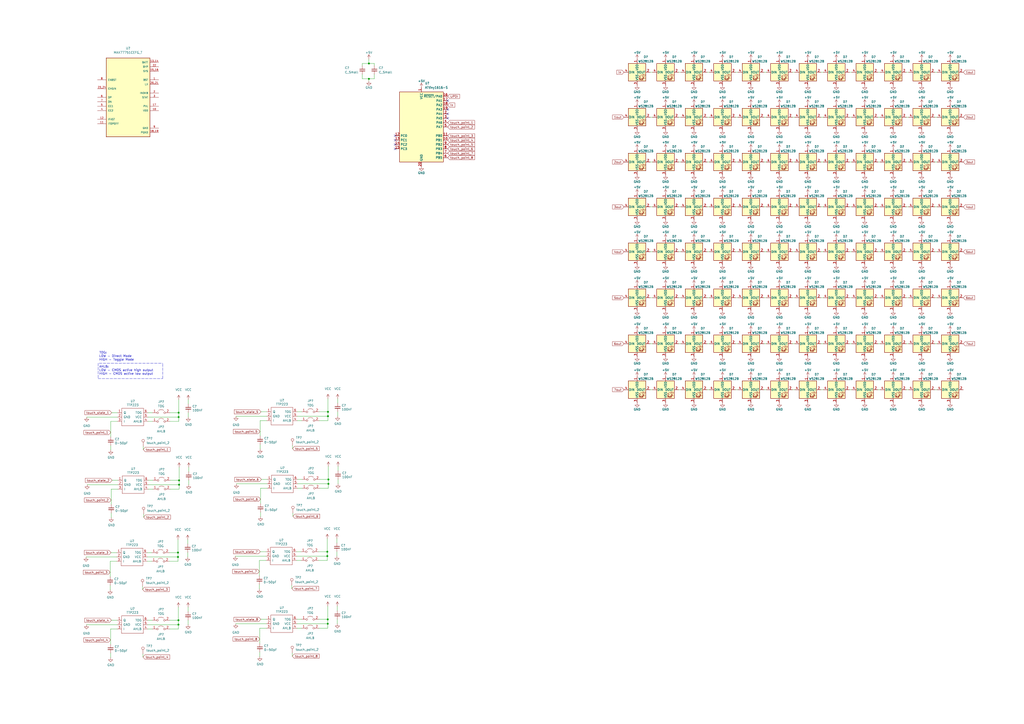
<source format=kicad_sch>
(kicad_sch (version 20211123) (generator eeschema)
  (paper "A2")
  (title_block (title "<<ID>>_<<project_name>>") (date "<<date>>") (rev "<<version>>") (comment 4 "<<hash>>"))
  (junction (at 190.119 359.283))
  (junction (at 190.5 278.13))
  (junction (at 190.246 241.427))
  (junction (at 213.995 45.72))
  (junction (at 103.886 281.178))
  (junction (at 190.119 361.823))
  (junction (at 190.5 280.67))
  (junction (at 103.632 241.935))
  (junction (at 103.505 359.791))
  (junction (at 189.865 322.58))
  (junction (at 189.865 320.04))
  (junction (at 190.246 238.887))
  (junction (at 103.505 362.331))
  (junction (at 103.886 278.638))
  (junction (at 103.632 239.395))
  (junction (at 213.995 36.83))
  (junction (at 103.251 320.548))
  (junction (at 103.251 323.088))
  (no_connect (at 259.715 58.42))
  (no_connect (at 229.235 83.82))
  (no_connect (at 259.715 66.04))
  (no_connect (at 229.235 78.74))
  (no_connect (at 259.715 63.5))
  (no_connect (at 259.715 68.58))
  (no_connect (at 229.235 86.36))
  (no_connect (at 229.235 81.28))
  (wire (pts (xy 154.559 364.363) (xy 150.749 364.363)))
  (wire (pts (xy 172.72 280.67) (xy 190.5 280.67)))
  (wire (pts (xy 476.25 93.98) (xy 477.52 93.98)))
  (wire (pts (xy 83.312 299.974) (xy 83.312 298.196)))
  (wire (pts (xy 64.643 359.791) (xy 67.945 359.791)))
  (wire (pts (xy 189.865 325.12) (xy 189.865 322.58)))
  (wire (pts (xy 213.995 46.99) (xy 213.995 45.72)))
  (wire (pts (xy 151.003 320.04) (xy 154.305 320.04)))
  (wire (pts (xy 509.27 93.98) (xy 510.54 93.98)))
  (wire (pts (xy 410.21 120.015) (xy 411.48 120.015)))
  (wire (pts (xy 443.23 93.98) (xy 444.5 93.98)))
  (wire (pts (xy 86.106 281.178) (xy 103.886 281.178)))
  (wire (pts (xy 137.16 280.67) (xy 154.94 280.67)))
  (wire (pts (xy 492.76 146.05) (xy 494.03 146.05)))
  (wire (pts (xy 492.76 226.06) (xy 494.03 226.06)))
  (wire (pts (xy 151.638 278.13) (xy 154.94 278.13)))
  (wire (pts (xy 476.25 226.06) (xy 477.52 226.06)))
  (wire (pts (xy 410.21 41.91) (xy 411.48 41.91)))
  (wire (pts (xy 509.27 226.06) (xy 510.54 226.06)))
  (wire (pts (xy 103.632 239.395) (xy 103.632 241.935)))
  (wire (pts (xy 103.505 352.171) (xy 103.505 359.791)))
  (wire (pts (xy 190.246 238.887) (xy 190.246 241.427)))
  (wire (pts (xy 103.251 312.928) (xy 103.251 320.548)))
  (wire (pts (xy 443.23 226.06) (xy 444.5 226.06)))
  (wire (pts (xy 492.76 93.98) (xy 494.03 93.98)))
  (wire (pts (xy 542.29 93.98) (xy 543.56 93.98)))
  (wire (pts (xy 217.17 38.1) (xy 217.17 36.83)))
  (wire (pts (xy 136.779 361.823) (xy 154.559 361.823)))
  (wire (pts (xy 85.852 239.395) (xy 88.392 239.395)))
  (wire (pts (xy 103.886 278.638) (xy 103.886 281.178)))
  (wire (pts (xy 217.17 45.72) (xy 217.17 43.18)))
  (wire (pts (xy 476.25 199.39) (xy 477.52 199.39)))
  (wire (pts (xy 49.911 323.088) (xy 67.691 323.088)))
  (wire (pts (xy 174.879 364.363) (xy 172.339 364.363)))
  (wire (pts (xy 210.185 38.1) (xy 210.185 36.83)))
  (wire (pts (xy 151.257 359.283) (xy 154.559 359.283)))
  (wire (pts (xy 443.23 146.05) (xy 444.5 146.05)))
  (wire (pts (xy 377.19 172.72) (xy 378.46 172.72)))
  (wire (pts (xy 195.453 320.04) (xy 195.453 322.58)))
  (wire (pts (xy 542.29 67.945) (xy 543.56 67.945)))
  (wire (pts (xy 459.74 41.91) (xy 461.01 41.91)))
  (wire (pts (xy 68.326 283.718) (xy 64.516 283.718)))
  (wire (pts (xy 525.78 172.72) (xy 527.05 172.72)))
  (wire (pts (xy 109.093 359.791) (xy 109.093 362.331)))
  (wire (pts (xy 86.106 278.638) (xy 88.646 278.638)))
  (wire (pts (xy 213.995 36.83) (xy 213.995 34.29)))
  (polyline (pts (xy 57.531 210.693) (xy 94.361 210.693)))
  (wire (pts (xy 542.29 172.72) (xy 543.56 172.72)))
  (wire (pts (xy 151.13 283.21) (xy 151.13 292.1)))
  (wire (pts (xy 426.72 120.015) (xy 427.99 120.015)))
  (wire (pts (xy 63.881 325.628) (xy 63.881 334.518)))
  (wire (pts (xy 377.19 120.015) (xy 378.46 120.015)))
  (wire (pts (xy 377.19 67.945) (xy 378.46 67.945)))
  (wire (pts (xy 109.22 231.775) (xy 109.22 234.315)))
  (wire (pts (xy 509.27 172.72) (xy 510.54 172.72)))
  (wire (pts (xy 393.7 93.98) (xy 394.97 93.98)))
  (wire (pts (xy 154.94 283.21) (xy 151.13 283.21)))
  (wire (pts (xy 525.78 226.06) (xy 527.05 226.06)))
  (wire (pts (xy 189.865 312.42) (xy 189.865 320.04)))
  (wire (pts (xy 426.72 93.98) (xy 427.99 93.98)))
  (wire (pts (xy 189.865 320.04) (xy 189.865 322.58)))
  (wire (pts (xy 195.453 312.42) (xy 195.453 314.96)))
  (wire (pts (xy 509.27 146.05) (xy 510.54 146.05)))
  (wire (pts (xy 150.749 364.363) (xy 150.749 373.253)))
  (wire (pts (xy 210.185 36.83) (xy 213.995 36.83)))
  (wire (pts (xy 109.093 352.171) (xy 109.093 354.711)))
  (wire (pts (xy 150.876 243.967) (xy 150.876 252.857)))
  (wire (pts (xy 459.74 226.06) (xy 461.01 226.06)))
  (wire (pts (xy 108.839 320.548) (xy 108.839 323.088)))
  (wire (pts (xy 476.25 41.91) (xy 477.52 41.91)))
  (wire (pts (xy 410.21 146.05) (xy 411.48 146.05)))
  (wire (pts (xy 210.185 43.18) (xy 210.185 45.72)))
  (wire (pts (xy 459.74 172.72) (xy 461.01 172.72)))
  (polyline (pts (xy 56.896 210.693) (xy 56.896 219.583)))
  (wire (pts (xy 64.262 244.475) (xy 64.262 253.365)))
  (wire (pts (xy 85.471 320.548) (xy 88.011 320.548)))
  (wire (pts (xy 426.72 146.05) (xy 427.99 146.05)))
  (wire (pts (xy 64.516 283.718) (xy 64.516 292.608)))
  (wire (pts (xy 103.505 364.871) (xy 103.505 362.331)))
  (wire (pts (xy 83.058 260.731) (xy 83.058 258.953)))
  (wire (pts (xy 154.305 325.12) (xy 150.495 325.12)))
  (wire (pts (xy 175.006 243.967) (xy 172.466 243.967)))
  (wire (pts (xy 103.886 271.018) (xy 103.886 278.638)))
  (wire (pts (xy 88.011 325.628) (xy 85.471 325.628)))
  (wire (pts (xy 151.384 238.887) (xy 154.686 238.887)))
  (wire (pts (xy 476.25 172.72) (xy 477.52 172.72)))
  (wire (pts (xy 98.425 359.791) (xy 103.505 359.791)))
  (wire (pts (xy 196.088 270.51) (xy 196.088 273.05)))
  (wire (pts (xy 509.27 199.39) (xy 510.54 199.39)))
  (wire (pts (xy 150.749 380.873) (xy 150.749 378.333)))
  (wire (pts (xy 492.76 199.39) (xy 494.03 199.39)))
  (wire (pts (xy 190.119 359.283) (xy 190.119 361.823)))
  (wire (pts (xy 172.339 359.283) (xy 174.879 359.283)))
  (wire (pts (xy 67.691 325.628) (xy 63.881 325.628)))
  (wire (pts (xy 492.76 41.91) (xy 494.03 41.91)))
  (wire (pts (xy 85.725 359.791) (xy 88.265 359.791)))
  (wire (pts (xy 190.5 270.51) (xy 190.5 278.13)))
  (wire (pts (xy 410.21 172.72) (xy 411.48 172.72)))
  (wire (pts (xy 136.525 322.58) (xy 154.305 322.58)))
  (wire (pts (xy 109.474 271.018) (xy 109.474 273.558)))
  (wire (pts (xy 542.29 226.06) (xy 543.56 226.06)))
  (wire (pts (xy 459.74 67.945) (xy 461.01 67.945)))
  (wire (pts (xy 525.78 146.05) (xy 527.05 146.05)))
  (wire (pts (xy 476.25 146.05) (xy 477.52 146.05)))
  (wire (pts (xy 190.246 231.267) (xy 190.246 238.887)))
  (wire (pts (xy 82.931 381.127) (xy 82.931 379.349)))
  (wire (pts (xy 63.881 342.138) (xy 63.881 339.598)))
  (wire (pts (xy 98.806 278.638) (xy 103.886 278.638)))
  (wire (pts (xy 190.119 351.663) (xy 190.119 359.283)))
  (wire (pts (xy 64.135 364.871) (xy 64.135 373.761)))
  (wire (pts (xy 172.339 361.823) (xy 190.119 361.823)))
  (wire (pts (xy 50.546 281.178) (xy 68.326 281.178)))
  (wire (pts (xy 509.27 67.945) (xy 510.54 67.945)))
  (wire (pts (xy 169.545 380.619) (xy 169.545 378.841)))
  (polyline (pts (xy 94.361 219.583) (xy 94.361 210.693)))
  (wire (pts (xy 98.425 364.871) (xy 103.505 364.871)))
  (wire (pts (xy 195.707 359.283) (xy 195.707 361.823)))
  (wire (pts (xy 190.5 278.13) (xy 190.5 280.67)))
  (wire (pts (xy 377.19 226.06) (xy 378.46 226.06)))
  (wire (pts (xy 185.42 283.21) (xy 190.5 283.21)))
  (wire (pts (xy 525.78 93.98) (xy 527.05 93.98)))
  (wire (pts (xy 172.085 320.04) (xy 174.625 320.04)))
  (wire (pts (xy 393.7 41.91) (xy 394.97 41.91)))
  (wire (pts (xy 492.76 172.72) (xy 494.03 172.72)))
  (wire (pts (xy 65.024 278.638) (xy 68.326 278.638)))
  (wire (pts (xy 103.632 231.775) (xy 103.632 239.395)))
  (wire (pts (xy 459.74 199.39) (xy 461.01 199.39)))
  (wire (pts (xy 377.19 93.98) (xy 378.46 93.98)))
  (wire (pts (xy 85.471 323.088) (xy 103.251 323.088)))
  (wire (pts (xy 195.834 238.887) (xy 195.834 241.427)))
  (wire (pts (xy 195.707 351.663) (xy 195.707 354.203)))
  (wire (pts (xy 150.495 341.63) (xy 150.495 339.09)))
  (wire (pts (xy 64.77 239.395) (xy 68.072 239.395)))
  (wire (pts (xy 108.839 312.928) (xy 108.839 315.468)))
  (wire (pts (xy 98.552 244.475) (xy 103.632 244.475)))
  (wire (pts (xy 98.552 239.395) (xy 103.632 239.395)))
  (wire (pts (xy 150.495 325.12) (xy 150.495 334.01)))
  (wire (pts (xy 88.646 283.718) (xy 86.106 283.718)))
  (wire (pts (xy 195.834 231.267) (xy 195.834 233.807)))
  (wire (pts (xy 98.171 325.628) (xy 103.251 325.628)))
  (wire (pts (xy 172.466 241.427) (xy 190.246 241.427)))
  (wire (pts (xy 542.29 146.05) (xy 543.56 146.05)))
  (wire (pts (xy 213.995 45.72) (xy 217.17 45.72)))
  (wire (pts (xy 136.906 241.427) (xy 154.686 241.427)))
  (wire (pts (xy 190.246 243.967) (xy 190.246 241.427)))
  (wire (pts (xy 525.78 120.015) (xy 527.05 120.015)))
  (wire (pts (xy 377.19 41.91) (xy 378.46 41.91)))
  (wire (pts (xy 98.806 283.718) (xy 103.886 283.718)))
  (wire (pts (xy 443.23 41.91) (xy 444.5 41.91)))
  (wire (pts (xy 174.625 325.12) (xy 172.085 325.12)))
  (wire (pts (xy 64.262 260.985) (xy 64.262 258.445)))
  (wire (pts (xy 217.17 36.83) (xy 213.995 36.83)))
  (wire (pts (xy 98.171 320.548) (xy 103.251 320.548)))
  (wire (pts (xy 459.74 120.015) (xy 461.01 120.015)))
  (wire (pts (xy 492.76 67.945) (xy 494.03 67.945)))
  (wire (pts (xy 509.27 41.91) (xy 510.54 41.91)))
  (wire (pts (xy 492.76 120.015) (xy 494.03 120.015)))
  (wire (pts (xy 377.19 199.39) (xy 378.46 199.39)))
  (wire (pts (xy 68.072 244.475) (xy 64.262 244.475)))
  (wire (pts (xy 154.686 243.967) (xy 150.876 243.967)))
  (wire (pts (xy 172.085 322.58) (xy 189.865 322.58)))
  (wire (pts (xy 185.039 364.363) (xy 190.119 364.363)))
  (wire (pts (xy 443.23 120.015) (xy 444.5 120.015)))
  (wire (pts (xy 190.119 364.363) (xy 190.119 361.823)))
  (wire (pts (xy 169.672 260.223) (xy 169.672 258.445)))
  (wire (pts (xy 85.725 362.331) (xy 103.505 362.331)))
  (wire (pts (xy 150.876 260.477) (xy 150.876 257.937)))
  (wire (pts (xy 103.251 325.628) (xy 103.251 323.088)))
  (wire (pts (xy 172.72 278.13) (xy 175.26 278.13)))
  (wire (pts (xy 50.292 241.935) (xy 68.072 241.935)))
  (wire (pts (xy 542.29 120.015) (xy 543.56 120.015)))
  (wire (pts (xy 426.72 172.72) (xy 427.99 172.72)))
  (wire (pts (xy 525.78 199.39) (xy 527.05 199.39)))
  (polyline (pts (xy 56.896 219.583) (xy 94.361 219.583)))
  (wire (pts (xy 393.7 146.05) (xy 394.97 146.05)))
  (wire (pts (xy 103.632 244.475) (xy 103.632 241.935)))
  (wire (pts (xy 410.21 67.945) (xy 411.48 67.945)))
  (wire (pts (xy 82.677 341.884) (xy 82.677 340.106)))
  (wire (pts (xy 476.25 120.015) (xy 477.52 120.015)))
  (wire (pts (xy 377.19 146.05) (xy 378.46 146.05)))
  (wire (pts (xy 459.74 93.98) (xy 461.01 93.98)))
  (wire (pts (xy 109.22 239.395) (xy 109.22 241.935)))
  (wire (pts (xy 50.165 362.331) (xy 67.945 362.331)))
  (wire (pts (xy 542.29 41.91) (xy 543.56 41.91)))
  (wire (pts (xy 169.926 299.466) (xy 169.926 297.688)))
  (wire (pts (xy 196.088 278.13) (xy 196.088 280.67)))
  (wire (pts (xy 103.251 320.548) (xy 103.251 323.088)))
  (wire (pts (xy 172.466 238.887) (xy 175.006 238.887)))
  (wire (pts (xy 426.72 226.06) (xy 427.99 226.06)))
  (wire (pts (xy 184.785 325.12) (xy 189.865 325.12)))
  (wire (pts (xy 169.291 341.376) (xy 169.291 339.598)))
  (wire (pts (xy 67.945 364.871) (xy 64.135 364.871)))
  (wire (pts (xy 443.23 199.39) (xy 444.5 199.39)))
  (wire (pts (xy 393.7 172.72) (xy 394.97 172.72)))
  (wire (pts (xy 88.265 364.871) (xy 85.725 364.871)))
  (wire (pts (xy 410.21 93.98) (xy 411.48 93.98)))
  (wire (pts (xy 185.166 243.967) (xy 190.246 243.967)))
  (wire (pts (xy 410.21 226.06) (xy 411.48 226.06)))
  (wire (pts (xy 542.29 199.39) (xy 543.56 199.39)))
  (wire (pts (xy 190.5 283.21) (xy 190.5 280.67)))
  (wire (pts (xy 109.474 278.638) (xy 109.474 281.178)))
  (wire (pts (xy 525.78 41.91) (xy 527.05 41.91)))
  (wire (pts (xy 185.166 238.887) (xy 190.246 238.887)))
  (wire (pts (xy 443.23 67.945) (xy 444.5 67.945)))
  (wire (pts (xy 410.21 199.39) (xy 411.48 199.39)))
  (wire (pts (xy 88.392 244.475) (xy 85.852 244.475)))
  (wire (pts (xy 64.389 320.548) (xy 67.691 320.548)))
  (wire (pts (xy 184.785 320.04) (xy 189.865 320.04)))
  (wire (pts (xy 393.7 120.015) (xy 394.97 120.015)))
  (wire (pts (xy 393.7 67.945) (xy 394.97 67.945)))
  (wire (pts (xy 393.7 199.39) (xy 394.97 199.39)))
  (wire (pts (xy 64.516 300.228) (xy 64.516 297.688)))
  (wire (pts (xy 103.886 283.718) (xy 103.886 281.178)))
  (wire (pts (xy 426.72 199.39) (xy 427.99 199.39)))
  (wire (pts (xy 426.72 67.945) (xy 427.99 67.945)))
  (wire (pts (xy 426.72 41.91) (xy 427.99 41.91)))
  (wire (pts (xy 509.27 120.015) (xy 510.54 120.015)))
  (wire (pts (xy 185.42 278.13) (xy 190.5 278.13)))
  (wire (pts (xy 185.039 359.283) (xy 190.119 359.283)))
  (wire (pts (xy 210.185 45.72) (xy 213.995 45.72)))
  (wire (pts (xy 103.505 359.791) (xy 103.505 362.331)))
  (wire (pts (xy 151.13 299.72) (xy 151.13 297.18)))
  (wire (pts (xy 85.852 241.935) (xy 103.632 241.935)))
  (wire (pts (xy 476.25 67.945) (xy 477.52 67.945)))
  (wire (pts (xy 393.7 226.06) (xy 394.97 226.06)))
  (wire (pts (xy 64.135 381.381) (xy 64.135 378.841)))
  (wire (pts (xy 443.23 172.72) (xy 444.5 172.72)))
  (wire (pts (xy 175.26 283.21) (xy 172.72 283.21)))
  (wire (pts (xy 459.74 146.05) (xy 461.01 146.05)))
  (wire (pts (xy 525.78 67.945) (xy 527.05 67.945)))
  (text "TOG:\nLOW - Direct Mode\nHIGH - Toggle Mode\n\nAHLB:\nLOW - CMOS active high output\nHIGH - CMOS active low output" (at 57.531 217.678 0) (effects (font (size 1.27 1.27)) (justify left bottom)))
  (global_label "touch_point_3" (shape input) (at 82.677 341.884 0) (property "Intersheet References" "${INTERSHEET_REFS}" (effects hide)))
  (global_label "2out" (shape input) (at 558.8 67.945 0) (property "Referenzen zwischen Schaltplänen" "${INTERSHEET_REFS}" (effects hide)))
  (global_label "touch_point_5" (shape input) (at 259.715 83.82 0) (property "Intersheet References" "${INTERSHEET_REFS}" (effects hide)))
  (global_label "7out" (shape input) (at 558.8 199.39 0) (property "Referenzen zwischen Schaltplänen" "${INTERSHEET_REFS}" (effects hide)))
  (global_label "touch_point_4" (shape input) (at 64.135 371.221 180) (property "Intersheet References" "${INTERSHEET_REFS}" (effects hide)))
  (global_label "touch_state_7" (shape input) (at 151.003 320.04 180) (property "Intersheet References" "${INTERSHEET_REFS}" (effects hide)))
  (global_label "4out" (shape input) (at 558.8 120.015 0) (property "Referenzen zwischen Schaltplänen" "${INTERSHEET_REFS}" (effects hide)))
  (global_label "in" (shape input) (at 259.715 60.96 0) (property "Referenzen zwischen Schaltplänen" "${INTERSHEET_REFS}" (effects hide)))
  (global_label "3out" (shape input) (at 558.8 93.98 0) (property "Referenzen zwischen Schaltplänen" "${INTERSHEET_REFS}" (effects hide)))
  (global_label "touch_point_3" (shape input) (at 63.881 331.978 180) (property "Intersheet References" "${INTERSHEET_REFS}" (effects hide)))
  (global_label "touch_point_2" (shape input) (at 259.715 73.66 0) (property "Intersheet References" "${INTERSHEET_REFS}" (effects hide)))
  (global_label "touch_point_7" (shape input) (at 150.495 331.47 180) (property "Intersheet References" "${INTERSHEET_REFS}" (effects hide)))
  (global_label "touch_state_8" (shape input) (at 151.257 359.283 180) (property "Intersheet References" "${INTERSHEET_REFS}" (effects hide)))
  (global_label "touch_point_4" (shape input) (at 259.715 81.28 0) (property "Intersheet References" "${INTERSHEET_REFS}" (effects hide)))
  (global_label "touch_point_6" (shape input) (at 169.926 299.466 0) (property "Intersheet References" "${INTERSHEET_REFS}" (effects hide)))
  (global_label "touch_point_2" (shape input) (at 83.312 299.974 0) (property "Intersheet References" "${INTERSHEET_REFS}" (effects hide)))
  (global_label "touch_point_1" (shape input) (at 259.715 71.12 0) (property "Intersheet References" "${INTERSHEET_REFS}" (effects hide)))
  (global_label "4out" (shape input) (at 361.95 146.05 180) (property "Referenzen zwischen Schaltplänen" "${INTERSHEET_REFS}" (effects hide)))
  (global_label "touch_point_5" (shape input) (at 169.672 260.223 0) (property "Intersheet References" "${INTERSHEET_REFS}" (effects hide)))
  (global_label "touch_point_7" (shape input) (at 259.715 88.9 0) (property "Intersheet References" "${INTERSHEET_REFS}" (effects hide)))
  (global_label "touch_point_8" (shape input) (at 150.749 370.713 180) (property "Intersheet References" "${INTERSHEET_REFS}" (effects hide)))
  (global_label "touch_point_6" (shape input) (at 259.715 86.36 0) (property "Intersheet References" "${INTERSHEET_REFS}" (effects hide)))
  (global_label "touch_point_4" (shape input) (at 82.931 381.127 0) (property "Intersheet References" "${INTERSHEET_REFS}" (effects hide)))
  (global_label "touch_point_8" (shape input) (at 169.545 380.619 0) (property "Intersheet References" "${INTERSHEET_REFS}" (effects hide)))
  (global_label "touch_state_6" (shape input) (at 151.638 278.13 180) (property "Intersheet References" "${INTERSHEET_REFS}" (effects hide)))
  (global_label "touch_point_3" (shape input) (at 259.715 78.74 0) (property "Intersheet References" "${INTERSHEET_REFS}" (effects hide)))
  (global_label "1out" (shape input) (at 361.95 67.945 180) (property "Referenzen zwischen Schaltplänen" "${INTERSHEET_REFS}" (effects hide)))
  (global_label "touch_state_3" (shape input) (at 64.389 320.548 180) (property "Intersheet References" "${INTERSHEET_REFS}" (effects hide)))
  (global_label "touch_point_5" (shape input) (at 150.876 250.317 180) (property "Intersheet References" "${INTERSHEET_REFS}" (effects hide)))
  (global_label "touch_point_8" (shape input) (at 259.715 91.44 0) (property "Intersheet References" "${INTERSHEET_REFS}" (effects hide)))
  (global_label "UPDI" (shape input) (at 259.715 55.88 0) (property "Referenzen zwischen Schaltplänen" "${INTERSHEET_REFS}" (effects hide)))
  (global_label "touch_point_1" (shape input) (at 64.262 250.825 180) (property "Intersheet References" "${INTERSHEET_REFS}" (effects hide)))
  (global_label "6out" (shape input) (at 361.95 199.39 180) (property "Referenzen zwischen Schaltplänen" "${INTERSHEET_REFS}" (effects hide)))
  (global_label "1out" (shape input) (at 558.8 41.91 0) (property "Referenzen zwischen Schaltplänen" "${INTERSHEET_REFS}" (effects hide)))
  (global_label "touch_point_7" (shape input) (at 169.291 341.376 0) (property "Intersheet References" "${INTERSHEET_REFS}" (effects hide)))
  (global_label "touch_point_2" (shape input) (at 64.516 290.068 180) (property "Intersheet References" "${INTERSHEET_REFS}" (effects hide)))
  (global_label "touch_state_2" (shape input) (at 65.024 278.638 180) (property "Intersheet References" "${INTERSHEET_REFS}" (effects hide)))
  (global_label "touch_state_5" (shape input) (at 151.384 238.887 180) (property "Intersheet References" "${INTERSHEET_REFS}" (effects hide)))
  (global_label "in" (shape input) (at 361.95 41.91 180) (property "Referenzen zwischen Schaltplänen" "${INTERSHEET_REFS}" (effects hide)))
  (global_label "7out" (shape input) (at 361.95 226.06 180) (property "Referenzen zwischen Schaltplänen" "${INTERSHEET_REFS}" (effects hide)))
  (global_label "3out" (shape input) (at 361.95 120.015 180) (property "Referenzen zwischen Schaltplänen" "${INTERSHEET_REFS}" (effects hide)))
  (global_label "5out" (shape input) (at 558.8 146.05 0) (property "Referenzen zwischen Schaltplänen" "${INTERSHEET_REFS}" (effects hide)))
  (global_label "5out" (shape input) (at 361.95 172.72 180) (property "Referenzen zwischen Schaltplänen" "${INTERSHEET_REFS}" (effects hide)))
  (global_label "touch_point_1" (shape input) (at 83.058 260.731 0) (property "Intersheet References" "${INTERSHEET_REFS}" (effects hide)))
  (global_label "touch_point_6" (shape input) (at 151.13 289.56 180) (property "Intersheet References" "${INTERSHEET_REFS}" (effects hide)))
  (global_label "2out" (shape input) (at 361.95 93.98 180) (property "Referenzen zwischen Schaltplänen" "${INTERSHEET_REFS}" (effects hide)))
  (global_label "touch_state_1" (shape input) (at 64.77 239.395 180) (property "Intersheet References" "${INTERSHEET_REFS}" (effects hide)))
  (global_label "touch_state_4" (shape input) (at 64.643 359.791 180) (property "Intersheet References" "${INTERSHEET_REFS}" (effects hide)))
  (global_label "6out" (shape input) (at 558.8 172.72 0) (property "Referenzen zwischen Schaltplänen" "${INTERSHEET_REFS}" (effects hide)))
  (symbol (lib_id "LED:WS2812B") (at 534.67 146.05 0) (unit 1)
    (property "Reference" "D?" (at 539.75 137.16 0))
    (property "Value" "WS2812B" (at 539.75 139.7 0))
    (property "Footprint" "LED_SMD:LED_WS2812B_PLCC4_5.0x5.0mm_P3.2mm" (effects hide))
    (property "Datasheet" "https://cdn-shop.adafruit.com/datasheets/WS2812B.pdf" (effects hide))
  )
  (symbol (lib_id "LED:WS2812B") (at 452.12 146.05 0) (unit 1)
    (property "Reference" "D?" (at 457.2 137.16 0))
    (property "Value" "WS2812B" (at 457.2 139.7 0))
    (property "Footprint" "LED_SMD:LED_WS2812B_PLCC4_5.0x5.0mm_P3.2mm" (effects hide))
    (property "Datasheet" "https://cdn-shop.adafruit.com/datasheets/WS2812B.pdf" (effects hide))
  )
  (symbol (lib_id "LED:WS2812B") (at 468.63 93.98 0) (unit 1)
    (property "Reference" "D?" (at 473.71 85.09 0))
    (property "Value" "WS2812B" (at 473.71 87.63 0))
    (property "Footprint" "LED_SMD:LED_WS2812B_PLCC4_5.0x5.0mm_P3.2mm" (effects hide))
    (property "Datasheet" "https://cdn-shop.adafruit.com/datasheets/WS2812B.pdf" (effects hide))
  )
  (symbol (lib_id "power:+5V") (at 419.1 191.77 0) (unit 1)
    (property "Reference" "#PWR?" (effects hide))
    (property "Value" "+5V" (at 419.1 187.96 0))
  )
  (symbol (lib_id "Jumper:Jumper_2_Open") (at 180.34 283.21 0) (unit 1)
    (property "Reference" "JP?" (at 180.34 286.385 0))
    (property "Value" "AHLB" (at 180.34 288.925 0))
    (property "Footprint" "Jumper:SolderJumper-2_P1.3mm_Open_RoundedPad1.0x1.5mm" (effects hide))
  )
  (symbol (lib_id "LED:WS2812B") (at 452.12 199.39 0) (unit 1)
    (property "Reference" "D?" (at 457.2 190.5 0))
    (property "Value" "WS2812B" (at 457.2 193.04 0))
    (property "Footprint" "LED_SMD:LED_WS2812B_PLCC4_5.0x5.0mm_P3.2mm" (effects hide))
    (property "Datasheet" "https://cdn-shop.adafruit.com/datasheets/WS2812B.pdf" (effects hide))
  )
  (symbol (lib_id "power:GND") (at 551.18 101.6 0) (unit 1)
    (property "Reference" "#PWR?" (effects hide))
    (property "Value" "GND" (at 551.18 105.41 0))
  )
  (symbol (lib_id "power:GND") (at 534.67 49.53 0) (unit 1)
    (property "Reference" "#PWR?" (effects hide))
    (property "Value" "GND" (at 534.67 53.34 0))
  )
  (symbol (lib_id "power:GND") (at 485.14 153.67 0) (unit 1)
    (property "Reference" "#PWR?" (effects hide))
    (property "Value" "GND" (at 485.14 157.48 0))
  )
  (symbol (lib_id "power:GND") (at 213.995 46.99 0) (unit 1)
    (property "Reference" "#PWR?" (effects hide))
    (property "Value" "GND" (at 213.995 50.8 0))
  )
  (symbol (lib_id "power:GND") (at 468.63 75.565 0) (unit 1)
    (property "Reference" "#PWR?" (effects hide))
    (property "Value" "GND" (at 468.63 79.375 0))
  )
  (symbol (lib_id "Device:C_Small") (at 64.262 255.905 0) (unit 1)
    (property "Reference" "C?" (at 66.5988 254.7366 0) (effects (justify left)))
    (property "Value" "0-50pF" (at 66.5988 257.048 0) (effects (justify left)))
    (property "Footprint" "Capacitor_SMD:C_0805_2012Metric" (effects hide))
  )
  (symbol (lib_id "power:+5V") (at 485.14 60.325 0) (unit 1)
    (property "Reference" "#PWR?" (effects hide))
    (property "Value" "+5V" (at 485.14 56.515 0))
  )
  (symbol (lib_id "power:+5V") (at 551.18 112.395 0) (unit 1)
    (property "Reference" "#PWR?" (effects hide))
    (property "Value" "+5V" (at 551.18 108.585 0))
  )
  (symbol (lib_id "Jumper:Jumper_2_Open") (at 93.345 359.791 0) (unit 1)
    (property "Reference" "JP?" (at 93.345 353.441 0))
    (property "Value" "TOG" (at 93.345 355.981 0))
    (property "Footprint" "Jumper:SolderJumper-2_P1.3mm_Open_RoundedPad1.0x1.5mm" (effects hide))
  )
  (symbol (lib_id "power:GND") (at 369.57 101.6 0) (unit 1)
    (property "Reference" "#PWR?" (effects hide))
    (property "Value" "GND" (at 369.57 105.41 0))
  )
  (symbol (lib_id "power:GND") (at 485.14 233.68 0) (unit 1)
    (property "Reference" "#PWR?" (effects hide))
    (property "Value" "GND" (at 485.14 237.49 0))
  )
  (symbol (lib_id "power:GND") (at 534.67 101.6 0) (unit 1)
    (property "Reference" "#PWR?" (effects hide))
    (property "Value" "GND" (at 534.67 105.41 0))
  )
  (symbol (lib_id "power:GND") (at 419.1 49.53 0) (unit 1)
    (property "Reference" "#PWR?" (effects hide))
    (property "Value" "GND" (at 419.1 53.34 0))
  )
  (symbol (lib_id "power:GND") (at 369.57 49.53 0) (unit 1)
    (property "Reference" "#PWR?" (effects hide))
    (property "Value" "GND" (at 369.57 53.34 0))
  )
  (symbol (lib_id "power:GND") (at 369.57 153.67 0) (unit 1)
    (property "Reference" "#PWR?" (effects hide))
    (property "Value" "GND" (at 369.57 157.48 0))
  )
  (symbol (lib_id "LED:WS2812B") (at 419.1 67.945 0) (unit 1)
    (property "Reference" "D?" (at 424.18 59.055 0))
    (property "Value" "WS2812B" (at 424.18 61.595 0))
    (property "Footprint" "LED_SMD:LED_WS2812B_PLCC4_5.0x5.0mm_P3.2mm" (effects hide))
    (property "Datasheet" "https://cdn-shop.adafruit.com/datasheets/WS2812B.pdf" (effects hide))
  )
  (symbol (lib_id "power:GND") (at 501.65 127.635 0) (unit 1)
    (property "Reference" "#PWR?" (effects hide))
    (property "Value" "GND" (at 501.65 131.445 0))
  )
  (symbol (lib_id "Device:C_Small") (at 210.185 40.64 0) (unit 1)
    (property "Reference" "C?" (at 200.025 39.37 0) (effects (justify left)))
    (property "Value" "C_Small" (at 200.025 41.91 0) (effects (justify left)))
  )
  (symbol (lib_id "power:GND") (at 534.67 153.67 0) (unit 1)
    (property "Reference" "#PWR?" (effects hide))
    (property "Value" "GND" (at 534.67 157.48 0))
  )
  (symbol (lib_id "power:GND") (at 435.61 101.6 0) (unit 1)
    (property "Reference" "#PWR?" (effects hide))
    (property "Value" "GND" (at 435.61 105.41 0))
  )
  (symbol (lib_id "power:GND") (at 435.61 49.53 0) (unit 1)
    (property "Reference" "#PWR?" (effects hide))
    (property "Value" "GND" (at 435.61 53.34 0))
  )
  (symbol (lib_id "power:+5V") (at 452.12 165.1 0) (unit 1)
    (property "Reference" "#PWR?" (effects hide))
    (property "Value" "+5V" (at 452.12 161.29 0))
  )
  (symbol (lib_id "LED:WS2812B") (at 485.14 120.015 0) (unit 1)
    (property "Reference" "D?" (at 490.22 111.125 0))
    (property "Value" "WS2812B" (at 490.22 113.665 0))
    (property "Footprint" "LED_SMD:LED_WS2812B_PLCC4_5.0x5.0mm_P3.2mm" (effects hide))
    (property "Datasheet" "https://cdn-shop.adafruit.com/datasheets/WS2812B.pdf" (effects hide))
  )
  (symbol (lib_id "power:GND") (at 64.135 381.381 0) (unit 1)
    (property "Reference" "#PWR?" (effects hide))
    (property "Value" "GND" (at 64.262 385.7752 0))
  )
  (symbol (lib_id "power:GND") (at 518.16 49.53 0) (unit 1)
    (property "Reference" "#PWR?" (effects hide))
    (property "Value" "GND" (at 518.16 53.34 0))
  )
  (symbol (lib_id "power:GND") (at 551.18 180.34 0) (unit 1)
    (property "Reference" "#PWR?" (effects hide))
    (property "Value" "GND" (at 551.18 184.15 0))
  )
  (symbol (lib_id "power:GND") (at 386.08 127.635 0) (unit 1)
    (property "Reference" "#PWR?" (effects hide))
    (property "Value" "GND" (at 386.08 131.445 0))
  )
  (symbol (lib_id "power:GND") (at 468.63 180.34 0) (unit 1)
    (property "Reference" "#PWR?" (effects hide))
    (property "Value" "GND" (at 468.63 184.15 0))
  )
  (symbol (lib_id "power:GND") (at 419.1 75.565 0) (unit 1)
    (property "Reference" "#PWR?" (effects hide))
    (property "Value" "GND" (at 419.1 79.375 0))
  )
  (symbol (lib_id "LED:WS2812B") (at 551.18 199.39 0) (unit 1)
    (property "Reference" "D?" (at 556.26 190.5 0))
    (property "Value" "WS2812B" (at 556.26 193.04 0))
    (property "Footprint" "LED_SMD:LED_WS2812B_PLCC4_5.0x5.0mm_P3.2mm" (effects hide))
    (property "Datasheet" "https://cdn-shop.adafruit.com/datasheets/WS2812B.pdf" (effects hide))
  )
  (symbol (lib_id "LED:WS2812B") (at 485.14 199.39 0) (unit 1)
    (property "Reference" "D?" (at 490.22 190.5 0))
    (property "Value" "WS2812B" (at 490.22 193.04 0))
    (property "Footprint" "LED_SMD:LED_WS2812B_PLCC4_5.0x5.0mm_P3.2mm" (effects hide))
    (property "Datasheet" "https://cdn-shop.adafruit.com/datasheets/WS2812B.pdf" (effects hide))
  )
  (symbol (lib_id "power:+5V") (at 419.1 86.36 0) (unit 1)
    (property "Reference" "#PWR?" (effects hide))
    (property "Value" "+5V" (at 419.1 82.55 0))
  )
  (symbol (lib_id "power:GND") (at 151.13 299.72 0) (unit 1)
    (property "Reference" "#PWR?" (effects hide))
    (property "Value" "GND" (at 151.257 304.1142 0))
  )
  (symbol (lib_id "power:GND") (at 551.18 233.68 0) (unit 1)
    (property "Reference" "#PWR?" (effects hide))
    (property "Value" "GND" (at 551.18 237.49 0))
  )
  (symbol (lib_id "power:+5V") (at 485.14 86.36 0) (unit 1)
    (property "Reference" "#PWR?" (effects hide))
    (property "Value" "+5V" (at 485.14 82.55 0))
  )
  (symbol (lib_id "power:+5V") (at 468.63 191.77 0) (unit 1)
    (property "Reference" "#PWR?" (effects hide))
    (property "Value" "+5V" (at 468.63 187.96 0))
  )
  (symbol (lib_id "power:VCC") (at 195.834 231.267 0) (unit 1)
    (property "Reference" "#PWR?" (effects hide))
    (property "Value" "VCC" (at 195.834 225.552 0))
  )
  (symbol (lib_id "Device:C_Small") (at 195.453 317.5 0) (unit 1)
    (property "Reference" "C?" (at 197.7898 316.3316 0) (effects (justify left)))
    (property "Value" "100nF" (at 197.7898 318.643 0) (effects (justify left)))
    (property "Footprint" "Capacitor_SMD:C_0805_2012Metric" (effects hide))
  )
  (symbol (lib_id "Jumper:Jumper_2_Open") (at 93.091 325.628 0) (unit 1)
    (property "Reference" "JP?" (at 93.091 328.803 0))
    (property "Value" "AHLB" (at 93.091 331.343 0))
    (property "Footprint" "Jumper:SolderJumper-2_P1.3mm_Open_RoundedPad1.0x1.5mm" (effects hide))
  )
  (symbol (lib_id "LED:WS2812B") (at 468.63 172.72 0) (unit 1)
    (property "Reference" "D?" (at 473.71 163.83 0))
    (property "Value" "WS2812B" (at 473.71 166.37 0))
    (property "Footprint" "LED_SMD:LED_WS2812B_PLCC4_5.0x5.0mm_P3.2mm" (effects hide))
    (property "Datasheet" "https://cdn-shop.adafruit.com/datasheets/WS2812B.pdf" (effects hide))
  )
  (symbol (lib_id "power:+5V") (at 501.65 86.36 0) (unit 1)
    (property "Reference" "#PWR?" (effects hide))
    (property "Value" "+5V" (at 501.65 82.55 0))
  )
  (symbol (lib_id "LED:WS2812B") (at 452.12 172.72 0) (unit 1)
    (property "Reference" "D?" (at 457.2 163.83 0))
    (property "Value" "WS2812B" (at 457.2 166.37 0))
    (property "Footprint" "LED_SMD:LED_WS2812B_PLCC4_5.0x5.0mm_P3.2mm" (effects hide))
    (property "Datasheet" "https://cdn-shop.adafruit.com/datasheets/WS2812B.pdf" (effects hide))
  )
  (symbol (lib_id "power:GND") (at 419.1 127.635 0) (unit 1)
    (property "Reference" "#PWR?" (effects hide))
    (property "Value" "GND" (at 419.1 131.445 0))
  )
  (symbol (lib_id "power:GND") (at 369.57 180.34 0) (unit 1)
    (property "Reference" "#PWR?" (effects hide))
    (property "Value" "GND" (at 369.57 184.15 0))
  )
  (symbol (lib_id "Connector:TestPoint") (at 169.291 339.598 0) (unit 1)
    (property "Reference" "TP?" (at 171.196 335.0259 0) (effects (justify left)))
    (property "Value" "touch_point_2" (at 171.196 337.5659 0) (effects (justify left)))
  )
  (symbol (lib_id "LED:WS2812B") (at 402.59 146.05 0) (unit 1)
    (property "Reference" "D?" (at 407.67 137.16 0))
    (property "Value" "WS2812B" (at 407.67 139.7 0))
    (property "Footprint" "LED_SMD:LED_WS2812B_PLCC4_5.0x5.0mm_P3.2mm" (effects hide))
    (property "Datasheet" "https://cdn-shop.adafruit.com/datasheets/WS2812B.pdf" (effects hide))
  )
  (symbol (lib_id "LED:WS2812B") (at 468.63 41.91 0) (unit 1)
    (property "Reference" "D?" (at 473.71 33.02 0))
    (property "Value" "WS2812B" (at 473.71 35.56 0))
    (property "Footprint" "LED_SMD:LED_WS2812B_PLCC4_5.0x5.0mm_P3.2mm" (effects hide))
    (property "Datasheet" "https://cdn-shop.adafruit.com/datasheets/WS2812B.pdf" (effects hide))
  )
  (symbol (lib_id "power:+5V") (at 501.65 34.29 0) (unit 1)
    (property "Reference" "#PWR?" (effects hide))
    (property "Value" "+5V" (at 501.65 30.48 0))
  )
  (symbol (lib_id "power:+5V") (at 501.65 138.43 0) (unit 1)
    (property "Reference" "#PWR?" (effects hide))
    (property "Value" "+5V" (at 501.65 134.62 0))
  )
  (symbol (lib_id "Device:C_Small") (at 151.13 294.64 0) (unit 1)
    (property "Reference" "C?" (at 153.4668 293.4716 0) (effects (justify left)))
    (property "Value" "0-50pF" (at 153.4668 295.783 0) (effects (justify left)))
    (property "Footprint" "Capacitor_SMD:C_0805_2012Metric" (effects hide))
  )
  (symbol (lib_id "power:VCC") (at 103.632 231.775 0) (unit 1)
    (property "Reference" "#PWR?" (effects hide))
    (property "Value" "VCC" (at 103.632 226.06 0))
  )
  (symbol (lib_id "power:GND") (at 501.65 75.565 0) (unit 1)
    (property "Reference" "#PWR?" (effects hide))
    (property "Value" "GND" (at 501.65 79.375 0))
  )
  (symbol (lib_id "power:VCC") (at 103.505 352.171 0) (unit 1)
    (property "Reference" "#PWR?" (effects hide))
    (property "Value" "VCC" (at 103.505 346.456 0))
  )
  (symbol (lib_id "power:GND") (at 485.14 207.01 0) (unit 1)
    (property "Reference" "#PWR?" (effects hide))
    (property "Value" "GND" (at 485.14 210.82 0))
  )
  (symbol (lib_id "power:GND") (at 108.839 323.088 0) (unit 1)
    (property "Reference" "#PWR?" (effects hide))
    (property "Value" "GND" (at 108.966 327.4822 0))
  )
  (symbol (lib_id "LED:WS2812B") (at 485.14 41.91 0) (unit 1)
    (property "Reference" "D?" (at 490.22 33.02 0))
    (property "Value" "WS2812B" (at 490.22 35.56 0))
    (property "Footprint" "LED_SMD:LED_WS2812B_PLCC4_5.0x5.0mm_P3.2mm" (effects hide))
    (property "Datasheet" "https://cdn-shop.adafruit.com/datasheets/WS2812B.pdf" (effects hide))
  )
  (symbol (lib_id "power:+5V") (at 435.61 165.1 0) (unit 1)
    (property "Reference" "#PWR?" (effects hide))
    (property "Value" "+5V" (at 435.61 161.29 0))
  )
  (symbol (lib_id "power:+5V") (at 402.59 60.325 0) (unit 1)
    (property "Reference" "#PWR?" (effects hide))
    (property "Value" "+5V" (at 402.59 56.515 0))
  )
  (symbol (lib_id "power:+5V") (at 369.57 138.43 0) (unit 1)
    (property "Reference" "#PWR?" (effects hide))
    (property "Value" "+5V" (at 369.57 134.62 0))
  )
  (symbol (lib_id "power:GND") (at 518.16 75.565 0) (unit 1)
    (property "Reference" "#PWR?" (effects hide))
    (property "Value" "GND" (at 518.16 79.375 0))
  )
  (symbol (lib_id "power:GND") (at 551.18 49.53 0) (unit 1)
    (property "Reference" "#PWR?" (effects hide))
    (property "Value" "GND" (at 551.18 53.34 0))
  )
  (symbol (lib_id "LED:WS2812B") (at 452.12 41.91 0) (unit 1)
    (property "Reference" "D?" (at 457.2 33.02 0))
    (property "Value" "WS2812B" (at 457.2 35.56 0))
    (property "Footprint" "LED_SMD:LED_WS2812B_PLCC4_5.0x5.0mm_P3.2mm" (effects hide))
    (property "Datasheet" "https://cdn-shop.adafruit.com/datasheets/WS2812B.pdf" (effects hide))
  )
  (symbol (lib_id "power:+5V") (at 518.16 34.29 0) (unit 1)
    (property "Reference" "#PWR?" (effects hide))
    (property "Value" "+5V" (at 518.16 30.48 0))
  )
  (symbol (lib_id "LED:WS2812B") (at 386.08 226.06 0) (unit 1)
    (property "Reference" "D?" (at 391.16 217.17 0))
    (property "Value" "WS2812B" (at 391.16 219.71 0))
    (property "Footprint" "LED_SMD:LED_WS2812B_PLCC4_5.0x5.0mm_P3.2mm" (effects hide))
    (property "Datasheet" "https://cdn-shop.adafruit.com/datasheets/WS2812B.pdf" (effects hide))
  )
  (symbol (lib_id "power:GND") (at 435.61 127.635 0) (unit 1)
    (property "Reference" "#PWR?" (effects hide))
    (property "Value" "GND" (at 435.61 131.445 0))
  )
  (symbol (lib_id "power:GND") (at 534.67 180.34 0) (unit 1)
    (property "Reference" "#PWR?" (effects hide))
    (property "Value" "GND" (at 534.67 184.15 0))
  )
  (symbol (lib_id "power:GND") (at 386.08 180.34 0) (unit 1)
    (property "Reference" "#PWR?" (effects hide))
    (property "Value" "GND" (at 386.08 184.15 0))
  )
  (symbol (lib_id "LED:WS2812B") (at 534.67 41.91 0) (unit 1)
    (property "Reference" "D?" (at 539.75 33.02 0))
    (property "Value" "WS2812B" (at 539.75 35.56 0))
    (property "Footprint" "LED_SMD:LED_WS2812B_PLCC4_5.0x5.0mm_P3.2mm" (effects hide))
    (property "Datasheet" "https://cdn-shop.adafruit.com/datasheets/WS2812B.pdf" (effects hide))
  )
  (symbol (lib_id "power:+5V") (at 551.18 191.77 0) (unit 1)
    (property "Reference" "#PWR?" (effects hide))
    (property "Value" "+5V" (at 551.18 187.96 0))
  )
  (symbol (lib_id "power:+5V") (at 435.61 86.36 0) (unit 1)
    (property "Reference" "#PWR?" (effects hide))
    (property "Value" "+5V" (at 435.61 82.55 0))
  )
  (symbol (lib_id "LED:WS2812B") (at 534.67 93.98 0) (unit 1)
    (property "Reference" "D?" (at 539.75 85.09 0))
    (property "Value" "WS2812B" (at 539.75 87.63 0))
    (property "Footprint" "LED_SMD:LED_WS2812B_PLCC4_5.0x5.0mm_P3.2mm" (effects hide))
    (property "Datasheet" "https://cdn-shop.adafruit.com/datasheets/WS2812B.pdf" (effects hide))
  )
  (symbol (lib_id "LED:WS2812B") (at 402.59 120.015 0) (unit 1)
    (property "Reference" "D?" (at 407.67 111.125 0))
    (property "Value" "WS2812B" (at 407.67 113.665 0))
    (property "Footprint" "LED_SMD:LED_WS2812B_PLCC4_5.0x5.0mm_P3.2mm" (effects hide))
    (property "Datasheet" "https://cdn-shop.adafruit.com/datasheets/WS2812B.pdf" (effects hide))
  )
  (symbol (lib_id "power:+5V") (at 518.16 218.44 0) (unit 1)
    (property "Reference" "#PWR?" (effects hide))
    (property "Value" "+5V" (at 518.16 214.63 0))
  )
  (symbol (lib_id "power:+5V") (at 551.18 60.325 0) (unit 1)
    (property "Reference" "#PWR?" (effects hide))
    (property "Value" "+5V" (at 551.18 56.515 0))
  )
  (symbol (lib_id "power:GND") (at 468.63 233.68 0) (unit 1)
    (property "Reference" "#PWR?" (effects hide))
    (property "Value" "GND" (at 468.63 237.49 0))
  )
  (symbol (lib_id "LED:WS2812B") (at 369.57 226.06 0) (unit 1)
    (property "Reference" "D?" (at 374.65 217.17 0))
    (property "Value" "WS2812B" (at 374.65 219.71 0))
    (property "Footprint" "LED_SMD:LED_WS2812B_PLCC4_5.0x5.0mm_P3.2mm" (effects hide))
    (property "Datasheet" "https://cdn-shop.adafruit.com/datasheets/WS2812B.pdf" (effects hide))
  )
  (symbol (lib_id "LED:WS2812B") (at 386.08 146.05 0) (unit 1)
    (property "Reference" "D?" (at 391.16 137.16 0))
    (property "Value" "WS2812B" (at 391.16 139.7 0))
    (property "Footprint" "LED_SMD:LED_WS2812B_PLCC4_5.0x5.0mm_P3.2mm" (effects hide))
    (property "Datasheet" "https://cdn-shop.adafruit.com/datasheets/WS2812B.pdf" (effects hide))
  )
  (symbol (lib_id "LED:WS2812B") (at 468.63 146.05 0) (unit 1)
    (property "Reference" "D?" (at 473.71 137.16 0))
    (property "Value" "WS2812B" (at 473.71 139.7 0))
    (property "Footprint" "LED_SMD:LED_WS2812B_PLCC4_5.0x5.0mm_P3.2mm" (effects hide))
    (property "Datasheet" "https://cdn-shop.adafruit.com/datasheets/WS2812B.pdf" (effects hide))
  )
  (symbol (lib_id "LED:WS2812B") (at 501.65 172.72 0) (unit 1)
    (property "Reference" "D?" (at 506.73 163.83 0))
    (property "Value" "WS2812B" (at 506.73 166.37 0))
    (property "Footprint" "LED_SMD:LED_WS2812B_PLCC4_5.0x5.0mm_P3.2mm" (effects hide))
    (property "Datasheet" "https://cdn-shop.adafruit.com/datasheets/WS2812B.pdf" (effects hide))
  )
  (symbol (lib_id "power:VCC") (at 103.886 271.018 0) (unit 1)
    (property "Reference" "#PWR?" (effects hide))
    (property "Value" "VCC" (at 103.886 265.303 0))
  )
  (symbol (lib_id "power:GND") (at 50.546 281.178 0) (unit 1)
    (property "Reference" "#PWR?" (effects hide))
    (property "Value" "GND" (at 50.546 286.258 0))
  )
  (symbol (lib_id "power:GND") (at 501.65 49.53 0) (unit 1)
    (property "Reference" "#PWR?" (effects hide))
    (property "Value" "GND" (at 501.65 53.34 0))
  )
  (symbol (lib_id "LED:WS2812B") (at 534.67 199.39 0) (unit 1)
    (property "Reference" "D?" (at 539.75 190.5 0))
    (property "Value" "WS2812B" (at 539.75 193.04 0))
    (property "Footprint" "LED_SMD:LED_WS2812B_PLCC4_5.0x5.0mm_P3.2mm" (effects hide))
    (property "Datasheet" "https://cdn-shop.adafruit.com/datasheets/WS2812B.pdf" (effects hide))
  )
  (symbol (lib_id "Device:C_Small") (at 64.516 295.148 0) (unit 1)
    (property "Reference" "C?" (at 66.8528 293.9796 0) (effects (justify left)))
    (property "Value" "0-50pF" (at 66.8528 296.291 0) (effects (justify left)))
    (property "Footprint" "Capacitor_SMD:C_0805_2012Metric" (effects hide))
  )
  (symbol (lib_id "LED:WS2812B") (at 402.59 93.98 0) (unit 1)
    (property "Reference" "D?" (at 407.67 85.09 0))
    (property "Value" "WS2812B" (at 407.67 87.63 0))
    (property "Footprint" "LED_SMD:LED_WS2812B_PLCC4_5.0x5.0mm_P3.2mm" (effects hide))
    (property "Datasheet" "https://cdn-shop.adafruit.com/datasheets/WS2812B.pdf" (effects hide))
  )
  (symbol (lib_id "power:+5V") (at 501.65 191.77 0) (unit 1)
    (property "Reference" "#PWR?" (effects hide))
    (property "Value" "+5V" (at 501.65 187.96 0))
  )
  (symbol (lib_id "Jumper:Jumper_2_Open") (at 179.705 320.04 0) (unit 1)
    (property "Reference" "JP?" (at 179.705 313.69 0))
    (property "Value" "TOG" (at 179.705 316.23 0))
    (property "Footprint" "Jumper:SolderJumper-2_P1.3mm_Open_RoundedPad1.0x1.5mm" (effects hide))
  )
  (symbol (lib_id "power:+5V") (at 435.61 218.44 0) (unit 1)
    (property "Reference" "#PWR?" (effects hide))
    (property "Value" "+5V" (at 435.61 214.63 0))
  )
  (symbol (lib_id "LED:WS2812B") (at 369.57 146.05 0) (unit 1)
    (property "Reference" "D?" (at 374.65 137.16 0))
    (property "Value" "WS2812B" (at 374.65 139.7 0))
    (property "Footprint" "LED_SMD:LED_WS2812B_PLCC4_5.0x5.0mm_P3.2mm" (effects hide))
    (property "Datasheet" "https://cdn-shop.adafruit.com/datasheets/WS2812B.pdf" (effects hide))
  )
  (symbol (lib_id "LED:WS2812B") (at 501.65 226.06 0) (unit 1)
    (property "Reference" "D?" (at 506.73 217.17 0))
    (property "Value" "WS2812B" (at 506.73 219.71 0))
    (property "Footprint" "LED_SMD:LED_WS2812B_PLCC4_5.0x5.0mm_P3.2mm" (effects hide))
    (property "Datasheet" "https://cdn-shop.adafruit.com/datasheets/WS2812B.pdf" (effects hide))
  )
  (symbol (lib_id "power:GND") (at 150.876 260.477 0) (unit 1)
    (property "Reference" "#PWR?" (effects hide))
    (property "Value" "GND" (at 151.003 264.8712 0))
  )
  (symbol (lib_id "LED:WS2812B") (at 485.14 172.72 0) (unit 1)
    (property "Reference" "D?" (at 490.22 163.83 0))
    (property "Value" "WS2812B" (at 490.22 166.37 0))
    (property "Footprint" "LED_SMD:LED_WS2812B_PLCC4_5.0x5.0mm_P3.2mm" (effects hide))
    (property "Datasheet" "https://cdn-shop.adafruit.com/datasheets/WS2812B.pdf" (effects hide))
  )
  (symbol (lib_id "power:+5V") (at 452.12 112.395 0) (unit 1)
    (property "Reference" "#PWR?" (effects hide))
    (property "Value" "+5V" (at 452.12 108.585 0))
  )
  (symbol (lib_id "power:+5V") (at 419.1 34.29 0) (unit 1)
    (property "Reference" "#PWR?" (effects hide))
    (property "Value" "+5V" (at 419.1 30.48 0))
  )
  (symbol (lib_id "power:GND") (at 402.59 180.34 0) (unit 1)
    (property "Reference" "#PWR?" (effects hide))
    (property "Value" "GND" (at 402.59 184.15 0))
  )
  (symbol (lib_id "power:+5V") (at 501.65 218.44 0) (unit 1)
    (property "Reference" "#PWR?" (effects hide))
    (property "Value" "+5V" (at 501.65 214.63 0))
  )
  (symbol (lib_id "Jumper:Jumper_2_Open") (at 93.472 239.395 0) (unit 1)
    (property "Reference" "JP?" (at 93.472 233.045 0))
    (property "Value" "TOG" (at 93.472 235.585 0))
    (property "Footprint" "Jumper:SolderJumper-2_P1.3mm_Open_RoundedPad1.0x1.5mm" (effects hide))
  )
  (symbol (lib_id "power:+5V") (at 402.59 138.43 0) (unit 1)
    (property "Reference" "#PWR?" (effects hide))
    (property "Value" "+5V" (at 402.59 134.62 0))
  )
  (symbol (lib_id "power:GND") (at 534.67 75.565 0) (unit 1)
    (property "Reference" "#PWR?" (effects hide))
    (property "Value" "GND" (at 534.67 79.375 0))
  )
  (symbol (lib_id "power:+5V") (at 402.59 112.395 0) (unit 1)
    (property "Reference" "#PWR?" (effects hide))
    (property "Value" "+5V" (at 402.59 108.585 0))
  )
  (symbol (lib_id "LED:WS2812B") (at 501.65 93.98 0) (unit 1)
    (property "Reference" "D?" (at 506.73 85.09 0))
    (property "Value" "WS2812B" (at 506.73 87.63 0))
    (property "Footprint" "LED_SMD:LED_WS2812B_PLCC4_5.0x5.0mm_P3.2mm" (effects hide))
    (property "Datasheet" "https://cdn-shop.adafruit.com/datasheets/WS2812B.pdf" (effects hide))
  )
  (symbol (lib_id "power:GND") (at 50.165 362.331 0) (unit 1)
    (property "Reference" "#PWR?" (effects hide))
    (property "Value" "GND" (at 50.165 367.411 0))
  )
  (symbol (lib_id "LED:WS2812B") (at 501.65 67.945 0) (unit 1)
    (property "Reference" "D?" (at 506.73 59.055 0))
    (property "Value" "WS2812B" (at 506.73 61.595 0))
    (property "Footprint" "LED_SMD:LED_WS2812B_PLCC4_5.0x5.0mm_P3.2mm" (effects hide))
    (property "Datasheet" "https://cdn-shop.adafruit.com/datasheets/WS2812B.pdf" (effects hide))
  )
  (symbol (lib_id "LED:WS2812B") (at 534.67 67.945 0) (unit 1)
    (property "Reference" "D?" (at 539.75 59.055 0))
    (property "Value" "WS2812B" (at 539.75 61.595 0))
    (property "Footprint" "LED_SMD:LED_WS2812B_PLCC4_5.0x5.0mm_P3.2mm" (effects hide))
    (property "Datasheet" "https://cdn-shop.adafruit.com/datasheets/WS2812B.pdf" (effects hide))
  )
  (symbol (lib_id "power:+5V") (at 551.18 138.43 0) (unit 1)
    (property "Reference" "#PWR?" (effects hide))
    (property "Value" "+5V" (at 551.18 134.62 0))
  )
  (symbol (lib_id "power:+5V") (at 468.63 86.36 0) (unit 1)
    (property "Reference" "#PWR?" (effects hide))
    (property "Value" "+5V" (at 468.63 82.55 0))
  )
  (symbol (lib_id "power:GND") (at 551.18 127.635 0) (unit 1)
    (property "Reference" "#PWR?" (effects hide))
    (property "Value" "GND" (at 551.18 131.445 0))
  )
  (symbol (lib_id "power:GND") (at 386.08 101.6 0) (unit 1)
    (property "Reference" "#PWR?" (effects hide))
    (property "Value" "GND" (at 386.08 105.41 0))
  )
  (symbol (lib_id "LED:WS2812B") (at 386.08 120.015 0) (unit 1)
    (property "Reference" "D?" (at 391.16 111.125 0))
    (property "Value" "WS2812B" (at 391.16 113.665 0))
    (property "Footprint" "LED_SMD:LED_WS2812B_PLCC4_5.0x5.0mm_P3.2mm" (effects hide))
    (property "Datasheet" "https://cdn-shop.adafruit.com/datasheets/WS2812B.pdf" (effects hide))
  )
  (symbol (lib_id "power:+5V") (at 386.08 218.44 0) (unit 1)
    (property "Reference" "#PWR?" (effects hide))
    (property "Value" "+5V" (at 386.08 214.63 0))
  )
  (symbol (lib_id "LED:WS2812B") (at 551.18 226.06 0) (unit 1)
    (property "Reference" "D?" (at 556.26 217.17 0))
    (property "Value" "WS2812B" (at 556.26 219.71 0))
    (property "Footprint" "LED_SMD:LED_WS2812B_PLCC4_5.0x5.0mm_P3.2mm" (effects hide))
    (property "Datasheet" "https://cdn-shop.adafruit.com/datasheets/WS2812B.pdf" (effects hide))
  )
  (symbol (lib_id "power:GND") (at 109.22 241.935 0) (unit 1)
    (property "Reference" "#PWR?" (effects hide))
    (property "Value" "GND" (at 109.347 246.3292 0))
  )
  (symbol (lib_id "power:GND") (at 435.61 233.68 0) (unit 1)
    (property "Reference" "#PWR?" (effects hide))
    (property "Value" "GND" (at 435.61 237.49 0))
  )
  (symbol (lib_id "power:GND") (at 501.65 101.6 0) (unit 1)
    (property "Reference" "#PWR?" (effects hide))
    (property "Value" "GND" (at 501.65 105.41 0))
  )
  (symbol (lib_id "LED:WS2812B") (at 452.12 226.06 0) (unit 1)
    (property "Reference" "D?" (at 457.2 217.17 0))
    (property "Value" "WS2812B" (at 457.2 219.71 0))
    (property "Footprint" "LED_SMD:LED_WS2812B_PLCC4_5.0x5.0mm_P3.2mm" (effects hide))
    (property "Datasheet" "https://cdn-shop.adafruit.com/datasheets/WS2812B.pdf" (effects hide))
  )
  (symbol (lib_id "Device:C_Small") (at 63.881 337.058 0) (unit 1)
    (property "Reference" "C?" (at 66.2178 335.8896 0) (effects (justify left)))
    (property "Value" "0-50pF" (at 66.2178 338.201 0) (effects (justify left)))
    (property "Footprint" "Capacitor_SMD:C_0805_2012Metric" (effects hide))
  )
  (symbol (lib_id "LEDs:TTP223") (at 77.216 281.178 0) (unit 1)
    (property "Reference" "U?" (at 77.216 271.907 0))
    (property "Value" "TTP223" (at 77.216 274.2184 0))
    (property "Footprint" "Package_TO_SOT_SMD:SOT-23-6_Handsoldering" (effects hide))
  )
  (symbol (lib_id "power:GND") (at 435.61 75.565 0) (unit 1)
    (property "Reference" "#PWR?" (effects hide))
    (property "Value" "GND" (at 435.61 79.375 0))
  )
  (symbol (lib_id "LED:WS2812B") (at 501.65 120.015 0) (unit 1)
    (property "Reference" "D?" (at 506.73 111.125 0))
    (property "Value" "WS2812B" (at 506.73 113.665 0))
    (property "Footprint" "LED_SMD:LED_WS2812B_PLCC4_5.0x5.0mm_P3.2mm" (effects hide))
    (property "Datasheet" "https://cdn-shop.adafruit.com/datasheets/WS2812B.pdf" (effects hide))
  )
  (symbol (lib_id "LED:WS2812B") (at 534.67 120.015 0) (unit 1)
    (property "Reference" "D?" (at 539.75 111.125 0))
    (property "Value" "WS2812B" (at 539.75 113.665 0))
    (property "Footprint" "LED_SMD:LED_WS2812B_PLCC4_5.0x5.0mm_P3.2mm" (effects hide))
    (property "Datasheet" "https://cdn-shop.adafruit.com/datasheets/WS2812B.pdf" (effects hide))
  )
  (symbol (lib_id "power:GND") (at 369.57 233.68 0) (unit 1)
    (property "Reference" "#PWR?" (effects hide))
    (property "Value" "GND" (at 369.57 237.49 0))
  )
  (symbol (lib_id "power:+5V") (at 369.57 218.44 0) (unit 1)
    (property "Reference" "#PWR?" (effects hide))
    (property "Value" "+5V" (at 369.57 214.63 0))
  )
  (symbol (lib_id "LED:WS2812B") (at 468.63 120.015 0) (unit 1)
    (property "Reference" "D?" (at 473.71 111.125 0))
    (property "Value" "WS2812B" (at 473.71 113.665 0))
    (property "Footprint" "LED_SMD:LED_WS2812B_PLCC4_5.0x5.0mm_P3.2mm" (effects hide))
    (property "Datasheet" "https://cdn-shop.adafruit.com/datasheets/WS2812B.pdf" (effects hide))
  )
  (symbol (lib_id "power:+5V") (at 369.57 112.395 0) (unit 1)
    (property "Reference" "#PWR?" (effects hide))
    (property "Value" "+5V" (at 369.57 108.585 0))
  )
  (symbol (lib_id "power:GND") (at 485.14 127.635 0) (unit 1)
    (property "Reference" "#PWR?" (effects hide))
    (property "Value" "GND" (at 485.14 131.445 0))
  )
  (symbol (lib_id "LED:WS2812B") (at 402.59 199.39 0) (unit 1)
    (property "Reference" "D?" (at 407.67 190.5 0))
    (property "Value" "WS2812B" (at 407.67 193.04 0))
    (property "Footprint" "LED_SMD:LED_WS2812B_PLCC4_5.0x5.0mm_P3.2mm" (effects hide))
    (property "Datasheet" "https://cdn-shop.adafruit.com/datasheets/WS2812B.pdf" (effects hide))
  )
  (symbol (lib_id "Jumper:Jumper_2_Open") (at 180.34 278.13 0) (unit 1)
    (property "Reference" "JP?" (at 180.34 271.78 0))
    (property "Value" "TOG" (at 180.34 274.32 0))
    (property "Footprint" "Jumper:SolderJumper-2_P1.3mm_Open_RoundedPad1.0x1.5mm" (effects hide))
  )
  (symbol (lib_id "power:GND") (at 501.65 153.67 0) (unit 1)
    (property "Reference" "#PWR?" (effects hide))
    (property "Value" "GND" (at 501.65 157.48 0))
  )
  (symbol (lib_id "LED:WS2812B") (at 369.57 93.98 0) (unit 1)
    (property "Reference" "D?" (at 374.65 85.09 0))
    (property "Value" "WS2812B" (at 374.65 87.63 0))
    (property "Footprint" "LED_SMD:LED_WS2812B_PLCC4_5.0x5.0mm_P3.2mm" (effects hide))
    (property "Datasheet" "https://cdn-shop.adafruit.com/datasheets/WS2812B.pdf" (effects hide))
  )
  (symbol (lib_id "power:GND") (at 468.63 207.01 0) (unit 1)
    (property "Reference" "#PWR?" (effects hide))
    (property "Value" "GND" (at 468.63 210.82 0))
  )
  (symbol (lib_id "Device:C_Small") (at 109.22 236.855 0) (unit 1)
    (property "Reference" "C?" (at 111.5568 235.6866 0) (effects (justify left)))
    (property "Value" "100nF" (at 111.5568 237.998 0) (effects (justify left)))
    (property "Footprint" "Capacitor_SMD:C_0805_2012Metric" (effects hide))
  )
  (symbol (lib_id "Device:C_Small") (at 150.876 255.397 0) (unit 1)
    (property "Reference" "C?" (at 153.2128 254.2286 0) (effects (justify left)))
    (property "Value" "0-50pF" (at 153.2128 256.54 0) (effects (justify left)))
    (property "Footprint" "Capacitor_SMD:C_0805_2012Metric" (effects hide))
  )
  (symbol (lib_id "LED:WS2812B") (at 369.57 172.72 0) (unit 1)
    (property "Reference" "D?" (at 374.65 163.83 0))
    (property "Value" "WS2812B" (at 374.65 166.37 0))
    (property "Footprint" "LED_SMD:LED_WS2812B_PLCC4_5.0x5.0mm_P3.2mm" (effects hide))
    (property "Datasheet" "https://cdn-shop.adafruit.com/datasheets/WS2812B.pdf" (effects hide))
  )
  (symbol (lib_id "power:+5V") (at 468.63 34.29 0) (unit 1)
    (property "Reference" "#PWR?" (effects hide))
    (property "Value" "+5V" (at 468.63 30.48 0))
  )
  (symbol (lib_id "power:+5V") (at 534.67 86.36 0) (unit 1)
    (property "Reference" "#PWR?" (effects hide))
    (property "Value" "+5V" (at 534.67 82.55 0))
  )
  (symbol (lib_id "power:GND") (at 518.16 233.68 0) (unit 1)
    (property "Reference" "#PWR?" (effects hide))
    (property "Value" "GND" (at 518.16 237.49 0))
  )
  (symbol (lib_id "power:+5V") (at 386.08 112.395 0) (unit 1)
    (property "Reference" "#PWR?" (effects hide))
    (property "Value" "+5V" (at 386.08 108.585 0))
  )
  (symbol (lib_id "power:+5V") (at 419.1 165.1 0) (unit 1)
    (property "Reference" "#PWR?" (effects hide))
    (property "Value" "+5V" (at 419.1 161.29 0))
  )
  (symbol (lib_id "power:GND") (at 369.57 207.01 0) (unit 1)
    (property "Reference" "#PWR?" (effects hide))
    (property "Value" "GND" (at 369.57 210.82 0))
  )
  (symbol (lib_id "power:GND") (at 64.516 300.228 0) (unit 1)
    (property "Reference" "#PWR?" (effects hide))
    (property "Value" "GND" (at 64.643 304.6222 0))
  )
  (symbol (lib_id "power:GND") (at 402.59 75.565 0) (unit 1)
    (property "Reference" "#PWR?" (effects hide))
    (property "Value" "GND" (at 402.59 79.375 0))
  )
  (symbol (lib_id "Snapeda:MAX77751CEFG_T") (at 74.295 56.515 0) (unit 1)
    (property "Reference" "U?" (at 74.295 27.94 0))
    (property "Value" "MAX77751CEFG_T" (at 74.295 30.48 0))
    (property "Footprint" "Snapeda:MAX77751CEFG_T_IC_MAX77751CEFG_T" (effects hide))
    (property "MF" "Analog Devices" (effects hide))
    (property "MAXIMUM_PACKAGE_HEIGHT" "0.6 mm" (effects hide))
    (property "Package" "None" (effects hide))
    (property "Price" "None" (effects hide))
    (property "Check_prices" "https://www.snapeda.com/parts/MAX77751CEFG+T/Analog+Devices/view-part/?ref=eda" (effects hide))
    (property "STANDARD" "Manufacturer Recommendations" (effects hide))
    (property "PARTREV" "3" (effects hide))
    (property "SnapEDA_Link" "https://www.snapeda.com/parts/MAX77751CEFG+T/Analog+Devices/view-part/?ref=snap" (effects hide))
    (property "MP" "MAX77751CEFG+T" (effects hide))
    (property "Purchase-URL" "https://www.snapeda.com/api/url_track_click_mouser/?unipart_id=6338231&manufacturer=Analog Devices&part_name=MAX77751CEFG+T&search_term=max77751" (effects hide))
    (property "Description" "\n3.15A USB Type-C Autonomous Charger for 1-Cell Li+ Batteries\n" (effects hide))
    (property "Availability" "In Stock" (effects hide))
    (property "MANUFACTURER" "Maxim Integrated" (effects hide))
  )
  (symbol (lib_id "power:GND") (at 137.16 280.67 0) (unit 1)
    (property "Reference" "#PWR?" (effects hide))
    (property "Value" "GND" (at 137.16 285.75 0))
  )
  (symbol (lib_id "LED:WS2812B") (at 518.16 226.06 0) (unit 1)
    (property "Reference" "D?" (at 523.24 217.17 0))
    (property "Value" "WS2812B" (at 523.24 219.71 0))
    (property "Footprint" "LED_SMD:LED_WS2812B_PLCC4_5.0x5.0mm_P3.2mm" (effects hide))
    (property "Datasheet" "https://cdn-shop.adafruit.com/datasheets/WS2812B.pdf" (effects hide))
  )
  (symbol (lib_id "Device:C_Small") (at 108.839 318.008 0) (unit 1)
    (property "Reference" "C?" (at 111.1758 316.8396 0) (effects (justify left)))
    (property "Value" "100nF" (at 111.1758 319.151 0) (effects (justify left)))
    (property "Footprint" "Capacitor_SMD:C_0805_2012Metric" (effects hide))
  )
  (symbol (lib_id "power:+5V") (at 485.14 34.29 0) (unit 1)
    (property "Reference" "#PWR?" (effects hide))
    (property "Value" "+5V" (at 485.14 30.48 0))
  )
  (symbol (lib_id "Connector:TestPoint") (at 83.058 258.953 0) (unit 1)
    (property "Reference" "TP?" (at 84.963 254.3809 0) (effects (justify left)))
    (property "Value" "touch_point_2" (at 84.963 256.9209 0) (effects (justify left)))
  )
  (symbol (lib_id "power:+5V") (at 468.63 60.325 0) (unit 1)
    (property "Reference" "#PWR?" (effects hide))
    (property "Value" "+5V" (at 468.63 56.515 0))
  )
  (symbol (lib_id "power:GND") (at 468.63 49.53 0) (unit 1)
    (property "Reference" "#PWR?" (effects hide))
    (property "Value" "GND" (at 468.63 53.34 0))
  )
  (symbol (lib_id "Jumper:Jumper_2_Open") (at 180.086 238.887 0) (unit 1)
    (property "Reference" "JP?" (at 180.086 232.537 0))
    (property "Value" "TOG" (at 180.086 235.077 0))
    (property "Footprint" "Jumper:SolderJumper-2_P1.3mm_Open_RoundedPad1.0x1.5mm" (effects hide))
  )
  (symbol (lib_id "power:VCC") (at 109.093 352.171 0) (unit 1)
    (property "Reference" "#PWR?" (effects hide))
    (property "Value" "VCC" (at 109.093 346.456 0))
  )
  (symbol (lib_id "LED:WS2812B") (at 485.14 146.05 0) (unit 1)
    (property "Reference" "D?" (at 490.22 137.16 0))
    (property "Value" "WS2812B" (at 490.22 139.7 0))
    (property "Footprint" "LED_SMD:LED_WS2812B_PLCC4_5.0x5.0mm_P3.2mm" (effects hide))
    (property "Datasheet" "https://cdn-shop.adafruit.com/datasheets/WS2812B.pdf" (effects hide))
  )
  (symbol (lib_id "LED:WS2812B") (at 419.1 146.05 0) (unit 1)
    (property "Reference" "D?" (at 424.18 137.16 0))
    (property "Value" "WS2812B" (at 424.18 139.7 0))
    (property "Footprint" "LED_SMD:LED_WS2812B_PLCC4_5.0x5.0mm_P3.2mm" (effects hide))
    (property "Datasheet" "https://cdn-shop.adafruit.com/datasheets/WS2812B.pdf" (effects hide))
  )
  (symbol (lib_id "power:VCC") (at 109.22 231.775 0) (unit 1)
    (property "Reference" "#PWR?" (effects hide))
    (property "Value" "VCC" (at 109.22 226.06 0))
  )
  (symbol (lib_id "power:+5V") (at 419.1 138.43 0) (unit 1)
    (property "Reference" "#PWR?" (effects hide))
    (property "Value" "+5V" (at 419.1 134.62 0))
  )
  (symbol (lib_id "LED:WS2812B") (at 369.57 120.015 0) (unit 1)
    (property "Reference" "D?" (at 374.65 111.125 0))
    (property "Value" "WS2812B" (at 374.65 113.665 0))
    (property "Footprint" "LED_SMD:LED_WS2812B_PLCC4_5.0x5.0mm_P3.2mm" (effects hide))
    (property "Datasheet" "https://cdn-shop.adafruit.com/datasheets/WS2812B.pdf" (effects hide))
  )
  (symbol (lib_id "power:+5V") (at 213.995 34.29 0) (unit 1)
    (property "Reference" "#PWR?" (effects hide))
    (property "Value" "+5V" (at 213.995 30.48 0))
  )
  (symbol (lib_id "power:+5V") (at 501.65 112.395 0) (unit 1)
    (property "Reference" "#PWR?" (effects hide))
    (property "Value" "+5V" (at 501.65 108.585 0))
  )
  (symbol (lib_id "LEDs:TTP223") (at 163.195 322.58 0) (unit 1)
    (property "Reference" "U?" (at 163.195 313.309 0))
    (property "Value" "TTP223" (at 163.195 315.6204 0))
    (property "Footprint" "Package_TO_SOT_SMD:SOT-23-6_Handsoldering" (effects hide))
  )
  (symbol (lib_id "LED:WS2812B") (at 518.16 199.39 0) (unit 1)
    (property "Reference" "D?" (at 523.24 190.5 0))
    (property "Value" "WS2812B" (at 523.24 193.04 0))
    (property "Footprint" "LED_SMD:LED_WS2812B_PLCC4_5.0x5.0mm_P3.2mm" (effects hide))
    (property "Datasheet" "https://cdn-shop.adafruit.com/datasheets/WS2812B.pdf" (effects hide))
  )
  (symbol (lib_id "power:+5V") (at 452.12 86.36 0) (unit 1)
    (property "Reference" "#PWR?" (effects hide))
    (property "Value" "+5V" (at 452.12 82.55 0))
  )
  (symbol (lib_id "power:+5V") (at 452.12 138.43 0) (unit 1)
    (property "Reference" "#PWR?" (effects hide))
    (property "Value" "+5V" (at 452.12 134.62 0))
  )
  (symbol (lib_id "LED:WS2812B") (at 435.61 93.98 0) (unit 1)
    (property "Reference" "D?" (at 440.69 85.09 0))
    (property "Value" "WS2812B" (at 440.69 87.63 0))
    (property "Footprint" "LED_SMD:LED_WS2812B_PLCC4_5.0x5.0mm_P3.2mm" (effects hide))
    (property "Datasheet" "https://cdn-shop.adafruit.com/datasheets/WS2812B.pdf" (effects hide))
  )
  (symbol (lib_id "power:GND") (at 64.262 260.985 0) (unit 1)
    (property "Reference" "#PWR?" (effects hide))
    (property "Value" "GND" (at 64.389 265.3792 0))
  )
  (symbol (lib_id "LED:WS2812B") (at 402.59 67.945 0) (unit 1)
    (property "Reference" "D?" (at 407.67 59.055 0))
    (property "Value" "WS2812B" (at 407.67 61.595 0))
    (property "Footprint" "LED_SMD:LED_WS2812B_PLCC4_5.0x5.0mm_P3.2mm" (effects hide))
    (property "Datasheet" "https://cdn-shop.adafruit.com/datasheets/WS2812B.pdf" (effects hide))
  )
  (symbol (lib_id "power:GND") (at 386.08 233.68 0) (unit 1)
    (property "Reference" "#PWR?" (effects hide))
    (property "Value" "GND" (at 386.08 237.49 0))
  )
  (symbol (lib_id "LED:WS2812B") (at 518.16 146.05 0) (unit 1)
    (property "Reference" "D?" (at 523.24 137.16 0))
    (property "Value" "WS2812B" (at 523.24 139.7 0))
    (property "Footprint" "LED_SMD:LED_WS2812B_PLCC4_5.0x5.0mm_P3.2mm" (effects hide))
    (property "Datasheet" "https://cdn-shop.adafruit.com/datasheets/WS2812B.pdf" (effects hide))
  )
  (symbol (lib_id "LED:WS2812B") (at 501.65 41.91 0) (unit 1)
    (property "Reference" "D?" (at 506.73 33.02 0))
    (property "Value" "WS2812B" (at 506.73 35.56 0))
    (property "Footprint" "LED_SMD:LED_WS2812B_PLCC4_5.0x5.0mm_P3.2mm" (effects hide))
    (property "Datasheet" "https://cdn-shop.adafruit.com/datasheets/WS2812B.pdf" (effects hide))
  )
  (symbol (lib_id "LEDs:TTP223") (at 163.449 361.823 0) (unit 1)
    (property "Reference" "U?" (at 163.449 352.552 0))
    (property "Value" "TTP223" (at 163.449 354.8634 0))
    (property "Footprint" "Package_TO_SOT_SMD:SOT-23-6_Handsoldering" (effects hide))
  )
  (symbol (lib_id "LED:WS2812B") (at 435.61 67.945 0) (unit 1)
    (property "Reference" "D?" (at 440.69 59.055 0))
    (property "Value" "WS2812B" (at 440.69 61.595 0))
    (property "Footprint" "LED_SMD:LED_WS2812B_PLCC4_5.0x5.0mm_P3.2mm" (effects hide))
    (property "Datasheet" "https://cdn-shop.adafruit.com/datasheets/WS2812B.pdf" (effects hide))
  )
  (symbol (lib_id "power:+5V") (at 386.08 34.29 0) (unit 1)
    (property "Reference" "#PWR?" (effects hide))
    (property "Value" "+5V" (at 386.08 30.48 0))
  )
  (symbol (lib_id "power:GND") (at 435.61 153.67 0) (unit 1)
    (property "Reference" "#PWR?" (effects hide))
    (property "Value" "GND" (at 435.61 157.48 0))
  )
  (symbol (lib_id "Connector:TestPoint") (at 82.931 379.349 0) (unit 1)
    (property "Reference" "TP?" (at 84.836 374.7769 0) (effects (justify left)))
    (property "Value" "touch_point_2" (at 84.836 377.3169 0) (effects (justify left)))
  )
  (symbol (lib_id "Connector:TestPoint") (at 169.926 297.688 0) (unit 1)
    (property "Reference" "TP?" (at 171.831 293.1159 0) (effects (justify left)))
    (property "Value" "touch_point_2" (at 171.831 295.6559 0) (effects (justify left)))
  )
  (symbol (lib_id "LED:WS2812B") (at 369.57 199.39 0) (unit 1)
    (property "Reference" "D?" (at 374.65 190.5 0))
    (property "Value" "WS2812B" (at 374.65 193.04 0))
    (property "Footprint" "LED_SMD:LED_WS2812B_PLCC4_5.0x5.0mm_P3.2mm" (effects hide))
    (property "Datasheet" "https://cdn-shop.adafruit.com/datasheets/WS2812B.pdf" (effects hide))
  )
  (symbol (lib_id "LED:WS2812B") (at 485.14 93.98 0) (unit 1)
    (property "Reference" "D?" (at 490.22 85.09 0))
    (property "Value" "WS2812B" (at 490.22 87.63 0))
    (property "Footprint" "LED_SMD:LED_WS2812B_PLCC4_5.0x5.0mm_P3.2mm" (effects hide))
    (property "Datasheet" "https://cdn-shop.adafruit.com/datasheets/WS2812B.pdf" (effects hide))
  )
  (symbol (lib_id "power:GND") (at 518.16 207.01 0) (unit 1)
    (property "Reference" "#PWR?" (effects hide))
    (property "Value" "GND" (at 518.16 210.82 0))
  )
  (symbol (lib_id "power:+5V") (at 369.57 165.1 0) (unit 1)
    (property "Reference" "#PWR?" (effects hide))
    (property "Value" "+5V" (at 369.57 161.29 0))
  )
  (symbol (lib_id "Jumper:Jumper_2_Open") (at 179.959 364.363 0) (unit 1)
    (property "Reference" "JP?" (at 179.959 367.538 0))
    (property "Value" "AHLB" (at 179.959 370.078 0))
    (property "Footprint" "Jumper:SolderJumper-2_P1.3mm_Open_RoundedPad1.0x1.5mm" (effects hide))
  )
  (symbol (lib_id "power:+5V") (at 419.1 218.44 0) (unit 1)
    (property "Reference" "#PWR?" (effects hide))
    (property "Value" "+5V" (at 419.1 214.63 0))
  )
  (symbol (lib_id "Jumper:Jumper_2_Open") (at 93.091 320.548 0) (unit 1)
    (property "Reference" "JP?" (at 93.091 314.198 0))
    (property "Value" "TOG" (at 93.091 316.738 0))
    (property "Footprint" "Jumper:SolderJumper-2_P1.3mm_Open_RoundedPad1.0x1.5mm" (effects hide))
  )
  (symbol (lib_id "power:GND") (at 452.12 75.565 0) (unit 1)
    (property "Reference" "#PWR?" (effects hide))
    (property "Value" "GND" (at 452.12 79.375 0))
  )
  (symbol (lib_id "power:GND") (at 402.59 233.68 0) (unit 1)
    (property "Reference" "#PWR?" (effects hide))
    (property "Value" "GND" (at 402.59 237.49 0))
  )
  (symbol (lib_id "power:+5V") (at 534.67 34.29 0) (unit 1)
    (property "Reference" "#PWR?" (effects hide))
    (property "Value" "+5V" (at 534.67 30.48 0))
  )
  (symbol (lib_id "Jumper:Jumper_2_Open") (at 93.472 244.475 0) (unit 1)
    (property "Reference" "JP?" (at 93.472 247.65 0))
    (property "Value" "AHLB" (at 93.472 250.19 0))
    (property "Footprint" "Jumper:SolderJumper-2_P1.3mm_Open_RoundedPad1.0x1.5mm" (effects hide))
  )
  (symbol (lib_id "power:VCC") (at 103.251 312.928 0) (unit 1)
    (property "Reference" "#PWR?" (effects hide))
    (property "Value" "VCC" (at 103.251 307.213 0))
  )
  (symbol (lib_id "power:GND") (at 196.088 280.67 0) (unit 1)
    (property "Reference" "#PWR?" (effects hide))
    (property "Value" "GND" (at 196.215 285.0642 0))
  )
  (symbol (lib_id "LED:WS2812B") (at 534.67 172.72 0) (unit 1)
    (property "Reference" "D?" (at 539.75 163.83 0))
    (property "Value" "WS2812B" (at 539.75 166.37 0))
    (property "Footprint" "LED_SMD:LED_WS2812B_PLCC4_5.0x5.0mm_P3.2mm" (effects hide))
    (property "Datasheet" "https://cdn-shop.adafruit.com/datasheets/WS2812B.pdf" (effects hide))
  )
  (symbol (lib_id "power:+5V") (at 402.59 218.44 0) (unit 1)
    (property "Reference" "#PWR?" (effects hide))
    (property "Value" "+5V" (at 402.59 214.63 0))
  )
  (symbol (lib_id "LED:WS2812B") (at 485.14 226.06 0) (unit 1)
    (property "Reference" "D?" (at 490.22 217.17 0))
    (property "Value" "WS2812B" (at 490.22 219.71 0))
    (property "Footprint" "LED_SMD:LED_WS2812B_PLCC4_5.0x5.0mm_P3.2mm" (effects hide))
    (property "Datasheet" "https://cdn-shop.adafruit.com/datasheets/WS2812B.pdf" (effects hide))
  )
  (symbol (lib_id "power:VCC") (at 190.119 351.663 0) (unit 1)
    (property "Reference" "#PWR?" (effects hide))
    (property "Value" "VCC" (at 190.119 345.948 0))
  )
  (symbol (lib_id "power:+5V") (at 501.65 60.325 0) (unit 1)
    (property "Reference" "#PWR?" (effects hide))
    (property "Value" "+5V" (at 501.65 56.515 0))
  )
  (symbol (lib_id "LED:WS2812B") (at 386.08 199.39 0) (unit 1)
    (property "Reference" "D?" (at 391.16 190.5 0))
    (property "Value" "WS2812B" (at 391.16 193.04 0))
    (property "Footprint" "LED_SMD:LED_WS2812B_PLCC4_5.0x5.0mm_P3.2mm" (effects hide))
    (property "Datasheet" "https://cdn-shop.adafruit.com/datasheets/WS2812B.pdf" (effects hide))
  )
  (symbol (lib_id "power:+5V") (at 402.59 34.29 0) (unit 1)
    (property "Reference" "#PWR?" (effects hide))
    (property "Value" "+5V" (at 402.59 30.48 0))
  )
  (symbol (lib_id "LED:WS2812B") (at 501.65 146.05 0) (unit 1)
    (property "Reference" "D?" (at 506.73 137.16 0))
    (property "Value" "WS2812B" (at 506.73 139.7 0))
    (property "Footprint" "LED_SMD:LED_WS2812B_PLCC4_5.0x5.0mm_P3.2mm" (effects hide))
    (property "Datasheet" "https://cdn-shop.adafruit.com/datasheets/WS2812B.pdf" (effects hide))
  )
  (symbol (lib_id "power:+5V") (at 534.67 60.325 0) (unit 1)
    (property "Reference" "#PWR?" (effects hide))
    (property "Value" "+5V" (at 534.67 56.515 0))
  )
  (symbol (lib_id "power:+5V") (at 386.08 191.77 0) (unit 1)
    (property "Reference" "#PWR?" (effects hide))
    (property "Value" "+5V" (at 386.08 187.96 0))
  )
  (symbol (lib_id "LED:WS2812B") (at 551.18 120.015 0) (unit 1)
    (property "Reference" "D?" (at 556.26 111.125 0))
    (property "Value" "WS2812B" (at 556.26 113.665 0))
    (property "Footprint" "LED_SMD:LED_WS2812B_PLCC4_5.0x5.0mm_P3.2mm" (effects hide))
    (property "Datasheet" "https://cdn-shop.adafruit.com/datasheets/WS2812B.pdf" (effects hide))
  )
  (symbol (lib_id "Jumper:Jumper_2_Open") (at 179.705 325.12 0) (unit 1)
    (property "Reference" "JP?" (at 179.705 328.295 0))
    (property "Value" "AHLB" (at 179.705 330.835 0))
    (property "Footprint" "Jumper:SolderJumper-2_P1.3mm_Open_RoundedPad1.0x1.5mm" (effects hide))
  )
  (symbol (lib_id "power:GND") (at 150.749 380.873 0) (unit 1)
    (property "Reference" "#PWR?" (effects hide))
    (property "Value" "GND" (at 150.876 385.2672 0))
  )
  (symbol (lib_id "LED:WS2812B") (at 386.08 41.91 0) (unit 1)
    (property "Reference" "D?" (at 391.16 33.02 0))
    (property "Value" "WS2812B" (at 391.16 35.56 0))
    (property "Footprint" "LED_SMD:LED_WS2812B_PLCC4_5.0x5.0mm_P3.2mm" (effects hide))
    (property "Datasheet" "https://cdn-shop.adafruit.com/datasheets/WS2812B.pdf" (effects hide))
  )
  (symbol (lib_id "Device:C_Small") (at 64.135 376.301 0) (unit 1)
    (property "Reference" "C?" (at 66.4718 375.1326 0) (effects (justify left)))
    (property "Value" "0-50pF" (at 66.4718 377.444 0) (effects (justify left)))
    (property "Footprint" "Capacitor_SMD:C_0805_2012Metric" (effects hide))
  )
  (symbol (lib_id "LED:WS2812B") (at 551.18 93.98 0) (unit 1)
    (property "Reference" "D?" (at 556.26 85.09 0))
    (property "Value" "WS2812B" (at 556.26 87.63 0))
    (property "Footprint" "LED_SMD:LED_WS2812B_PLCC4_5.0x5.0mm_P3.2mm" (effects hide))
    (property "Datasheet" "https://cdn-shop.adafruit.com/datasheets/WS2812B.pdf" (effects hide))
  )
  (symbol (lib_id "LED:WS2812B") (at 551.18 172.72 0) (unit 1)
    (property "Reference" "D?" (at 556.26 163.83 0))
    (property "Value" "WS2812B" (at 556.26 166.37 0))
    (property "Footprint" "LED_SMD:LED_WS2812B_PLCC4_5.0x5.0mm_P3.2mm" (effects hide))
    (property "Datasheet" "https://cdn-shop.adafruit.com/datasheets/WS2812B.pdf" (effects hide))
  )
  (symbol (lib_id "power:GND") (at 501.65 207.01 0) (unit 1)
    (property "Reference" "#PWR?" (effects hide))
    (property "Value" "GND" (at 501.65 210.82 0))
  )
  (symbol (lib_id "power:GND") (at 419.1 180.34 0) (unit 1)
    (property "Reference" "#PWR?" (effects hide))
    (property "Value" "GND" (at 419.1 184.15 0))
  )
  (symbol (lib_id "power:+5V") (at 518.16 138.43 0) (unit 1)
    (property "Reference" "#PWR?" (effects hide))
    (property "Value" "+5V" (at 518.16 134.62 0))
  )
  (symbol (lib_id "power:GND") (at 386.08 49.53 0) (unit 1)
    (property "Reference" "#PWR?" (effects hide))
    (property "Value" "GND" (at 386.08 53.34 0))
  )
  (symbol (lib_id "LED:WS2812B") (at 518.16 67.945 0) (unit 1)
    (property "Reference" "D?" (at 523.24 59.055 0))
    (property "Value" "WS2812B" (at 523.24 61.595 0))
    (property "Footprint" "LED_SMD:LED_WS2812B_PLCC4_5.0x5.0mm_P3.2mm" (effects hide))
    (property "Datasheet" "https://cdn-shop.adafruit.com/datasheets/WS2812B.pdf" (effects hide))
  )
  (symbol (lib_id "power:+5V") (at 386.08 60.325 0) (unit 1)
    (property "Reference" "#PWR?" (effects hide))
    (property "Value" "+5V" (at 386.08 56.515 0))
  )
  (symbol (lib_id "LED:WS2812B") (at 485.14 67.945 0) (unit 1)
    (property "Reference" "D?" (at 490.22 59.055 0))
    (property "Value" "WS2812B" (at 490.22 61.595 0))
    (property "Footprint" "LED_SMD:LED_WS2812B_PLCC4_5.0x5.0mm_P3.2mm" (effects hide))
    (property "Datasheet" "https://cdn-shop.adafruit.com/datasheets/WS2812B.pdf" (effects hide))
  )
  (symbol (lib_id "power:GND") (at 386.08 153.67 0) (unit 1)
    (property "Reference" "#PWR?" (effects hide))
    (property "Value" "GND" (at 386.08 157.48 0))
  )
  (symbol (lib_id "power:+5V") (at 551.18 165.1 0) (unit 1)
    (property "Reference" "#PWR?" (effects hide))
    (property "Value" "+5V" (at 551.18 161.29 0))
  )
  (symbol (lib_id "Device:C_Small") (at 150.749 375.793 0) (unit 1)
    (property "Reference" "C?" (at 153.0858 374.6246 0) (effects (justify left)))
    (property "Value" "0-50pF" (at 153.0858 376.936 0) (effects (justify left)))
    (property "Footprint" "Capacitor_SMD:C_0805_2012Metric" (effects hide))
  )
  (symbol (lib_id "power:+5V") (at 402.59 86.36 0) (unit 1)
    (property "Reference" "#PWR?" (effects hide))
    (property "Value" "+5V" (at 402.59 82.55 0))
  )
  (symbol (lib_id "power:GND") (at 195.453 322.58 0) (unit 1)
    (property "Reference" "#PWR?" (effects hide))
    (property "Value" "GND" (at 195.58 326.9742 0))
  )
  (symbol (lib_id "power:GND") (at 402.59 101.6 0) (unit 1)
    (property "Reference" "#PWR?" (effects hide))
    (property "Value" "GND" (at 402.59 105.41 0))
  )
  (symbol (lib_id "Jumper:Jumper_2_Open") (at 93.345 364.871 0) (unit 1)
    (property "Reference" "JP?" (at 93.345 368.046 0))
    (property "Value" "AHLB" (at 93.345 370.586 0))
    (property "Footprint" "Jumper:SolderJumper-2_P1.3mm_Open_RoundedPad1.0x1.5mm" (effects hide))
  )
  (symbol (lib_id "power:GND") (at 136.906 241.427 0) (unit 1)
    (property "Reference" "#PWR?" (effects hide))
    (property "Value" "GND" (at 136.906 246.507 0))
  )
  (symbol (lib_id "power:+5V") (at 419.1 60.325 0) (unit 1)
    (property "Reference" "#PWR?" (effects hide))
    (property "Value" "+5V" (at 419.1 56.515 0))
  )
  (symbol (lib_id "Device:C_Small") (at 195.707 356.743 0) (unit 1)
    (property "Reference" "C?" (at 198.0438 355.5746 0) (effects (justify left)))
    (property "Value" "100nF" (at 198.0438 357.886 0) (effects (justify left)))
    (property "Footprint" "Capacitor_SMD:C_0805_2012Metric" (effects hide))
  )
  (symbol (lib_id "power:+5V") (at 518.16 60.325 0) (unit 1)
    (property "Reference" "#PWR?" (effects hide))
    (property "Value" "+5V" (at 518.16 56.515 0))
  )
  (symbol (lib_id "power:GND") (at 50.292 241.935 0) (unit 1)
    (property "Reference" "#PWR?" (effects hide))
    (property "Value" "GND" (at 50.292 247.015 0))
  )
  (symbol (lib_id "power:VCC") (at 195.453 312.42 0) (unit 1)
    (property "Reference" "#PWR?" (effects hide))
    (property "Value" "VCC" (at 195.453 306.705 0))
  )
  (symbol (lib_id "LED:WS2812B") (at 518.16 93.98 0) (unit 1)
    (property "Reference" "D?" (at 523.24 85.09 0))
    (property "Value" "WS2812B" (at 523.24 87.63 0))
    (property "Footprint" "LED_SMD:LED_WS2812B_PLCC4_5.0x5.0mm_P3.2mm" (effects hide))
    (property "Datasheet" "https://cdn-shop.adafruit.com/datasheets/WS2812B.pdf" (effects hide))
  )
  (symbol (lib_id "power:GND") (at 485.14 75.565 0) (unit 1)
    (property "Reference" "#PWR?" (effects hide))
    (property "Value" "GND" (at 485.14 79.375 0))
  )
  (symbol (lib_id "power:GND") (at 534.67 207.01 0) (unit 1)
    (property "Reference" "#PWR?" (effects hide))
    (property "Value" "GND" (at 534.67 210.82 0))
  )
  (symbol (lib_id "power:+5V") (at 386.08 86.36 0) (unit 1)
    (property "Reference" "#PWR?" (effects hide))
    (property "Value" "+5V" (at 386.08 82.55 0))
  )
  (symbol (lib_id "power:+5V") (at 468.63 112.395 0) (unit 1)
    (property "Reference" "#PWR?" (effects hide))
    (property "Value" "+5V" (at 468.63 108.585 0))
  )
  (symbol (lib_id "power:GND") (at 419.1 233.68 0) (unit 1)
    (property "Reference" "#PWR?" (effects hide))
    (property "Value" "GND" (at 419.1 237.49 0))
  )
  (symbol (lib_id "power:GND") (at 109.093 362.331 0) (unit 1)
    (property "Reference" "#PWR?" (effects hide))
    (property "Value" "GND" (at 109.22 366.7252 0))
  )
  (symbol (lib_id "LED:WS2812B") (at 402.59 41.91 0) (unit 1)
    (property "Reference" "D?" (at 407.67 33.02 0))
    (property "Value" "WS2812B" (at 407.67 35.56 0))
    (property "Footprint" "LED_SMD:LED_WS2812B_PLCC4_5.0x5.0mm_P3.2mm" (effects hide))
    (property "Datasheet" "https://cdn-shop.adafruit.com/datasheets/WS2812B.pdf" (effects hide))
  )
  (symbol (lib_id "power:GND") (at 551.18 75.565 0) (unit 1)
    (property "Reference" "#PWR?" (effects hide))
    (property "Value" "GND" (at 551.18 79.375 0))
  )
  (symbol (lib_id "power:GND") (at 534.67 127.635 0) (unit 1)
    (property "Reference" "#PWR?" (effects hide))
    (property "Value" "GND" (at 534.67 131.445 0))
  )
  (symbol (lib_id "Jumper:Jumper_2_Open") (at 180.086 243.967 0) (unit 1)
    (property "Reference" "JP?" (at 180.086 247.142 0))
    (property "Value" "AHLB" (at 180.086 249.682 0))
    (property "Footprint" "Jumper:SolderJumper-2_P1.3mm_Open_RoundedPad1.0x1.5mm" (effects hide))
  )
  (symbol (lib_id "power:+5V") (at 468.63 138.43 0) (unit 1)
    (property "Reference" "#PWR?" (effects hide))
    (property "Value" "+5V" (at 468.63 134.62 0))
  )
  (symbol (lib_id "power:GND") (at 452.12 49.53 0) (unit 1)
    (property "Reference" "#PWR?" (effects hide))
    (property "Value" "GND" (at 452.12 53.34 0))
  )
  (symbol (lib_id "power:+5V") (at 551.18 34.29 0) (unit 1)
    (property "Reference" "#PWR?" (effects hide))
    (property "Value" "+5V" (at 551.18 30.48 0))
  )
  (symbol (lib_id "LED:WS2812B") (at 518.16 41.91 0) (unit 1)
    (property "Reference" "D?" (at 523.24 33.02 0))
    (property "Value" "WS2812B" (at 523.24 35.56 0))
    (property "Footprint" "LED_SMD:LED_WS2812B_PLCC4_5.0x5.0mm_P3.2mm" (effects hide))
    (property "Datasheet" "https://cdn-shop.adafruit.com/datasheets/WS2812B.pdf" (effects hide))
  )
  (symbol (lib_id "power:GND") (at 452.12 101.6 0) (unit 1)
    (property "Reference" "#PWR?" (effects hide))
    (property "Value" "GND" (at 452.12 105.41 0))
  )
  (symbol (lib_id "Device:C_Small") (at 196.088 275.59 0) (unit 1)
    (property "Reference" "C?" (at 198.4248 274.4216 0) (effects (justify left)))
    (property "Value" "100nF" (at 198.4248 276.733 0) (effects (justify left)))
    (property "Footprint" "Capacitor_SMD:C_0805_2012Metric" (effects hide))
  )
  (symbol (lib_id "LEDs:TTP223") (at 163.83 280.67 0) (unit 1)
    (property "Reference" "U?" (at 163.83 271.399 0))
    (property "Value" "TTP223" (at 163.83 273.7104 0))
    (property "Footprint" "Package_TO_SOT_SMD:SOT-23-6_Handsoldering" (effects hide))
  )
  (symbol (lib_id "LED:WS2812B") (at 551.18 67.945 0) (unit 1)
    (property "Reference" "D?" (at 556.26 59.055 0))
    (property "Value" "WS2812B" (at 556.26 61.595 0))
    (property "Footprint" "LED_SMD:LED_WS2812B_PLCC4_5.0x5.0mm_P3.2mm" (effects hide))
    (property "Datasheet" "https://cdn-shop.adafruit.com/datasheets/WS2812B.pdf" (effects hide))
  )
  (symbol (lib_id "power:+5V") (at 369.57 60.325 0) (unit 1)
    (property "Reference" "#PWR?" (effects hide))
    (property "Value" "+5V" (at 369.57 56.515 0))
  )
  (symbol (lib_id "LED:WS2812B") (at 518.16 172.72 0) (unit 1)
    (property "Reference" "D?" (at 523.24 163.83 0))
    (property "Value" "WS2812B" (at 523.24 166.37 0))
    (property "Footprint" "LED_SMD:LED_WS2812B_PLCC4_5.0x5.0mm_P3.2mm" (effects hide))
    (property "Datasheet" "https://cdn-shop.adafruit.com/datasheets/WS2812B.pdf" (effects hide))
  )
  (symbol (lib_id "power:+5V") (at 419.1 112.395 0) (unit 1)
    (property "Reference" "#PWR?" (effects hide))
    (property "Value" "+5V" (at 419.1 108.585 0))
  )
  (symbol (lib_id "power:GND") (at 369.57 127.635 0) (unit 1)
    (property "Reference" "#PWR?" (effects hide))
    (property "Value" "GND" (at 369.57 131.445 0))
  )
  (symbol (lib_id "power:GND") (at 518.16 180.34 0) (unit 1)
    (property "Reference" "#PWR?" (effects hide))
    (property "Value" "GND" (at 518.16 184.15 0))
  )
  (symbol (lib_id "power:+5V") (at 518.16 86.36 0) (unit 1)
    (property "Reference" "#PWR?" (effects hide))
    (property "Value" "+5V" (at 518.16 82.55 0))
  )
  (symbol (lib_id "LED:WS2812B") (at 468.63 226.06 0) (unit 1)
    (property "Reference" "D?" (at 473.71 217.17 0))
    (property "Value" "WS2812B" (at 473.71 219.71 0))
    (property "Footprint" "LED_SMD:LED_WS2812B_PLCC4_5.0x5.0mm_P3.2mm" (effects hide))
    (property "Datasheet" "https://cdn-shop.adafruit.com/datasheets/WS2812B.pdf" (effects hide))
  )
  (symbol (lib_id "Jumper:Jumper_2_Open") (at 93.726 283.718 0) (unit 1)
    (property "Reference" "JP?" (at 93.726 286.893 0))
    (property "Value" "AHLB" (at 93.726 289.433 0))
    (property "Footprint" "Jumper:SolderJumper-2_P1.3mm_Open_RoundedPad1.0x1.5mm" (effects hide))
  )
  (symbol (lib_id "LED:WS2812B") (at 452.12 67.945 0) (unit 1)
    (property "Reference" "D?" (at 457.2 59.055 0))
    (property "Value" "WS2812B" (at 457.2 61.595 0))
    (property "Footprint" "LED_SMD:LED_WS2812B_PLCC4_5.0x5.0mm_P3.2mm" (effects hide))
    (property "Datasheet" "https://cdn-shop.adafruit.com/datasheets/WS2812B.pdf" (effects hide))
  )
  (symbol (lib_id "MCU_Microchip_ATtiny:ATtiny1616-S") (at 244.475 73.66 0) (unit 1)
    (property "Reference" "U?" (at 246.4944 48.26 0) (effects (justify left)))
    (property "Value" "ATtiny1616-S" (at 246.4944 50.8 0) (effects (justify left)))
    (property "Footprint" "Package_SO:SOIC-20W_7.5x12.8mm_P1.27mm" (effects hide))
    (property "Datasheet" "http://ww1.microchip.com/downloads/en/DeviceDoc/ATtiny3216_ATtiny1616-data-sheet-40001997B.pdf" (effects hide))
  )
  (symbol (lib_id "power:GND") (at 551.18 153.67 0) (unit 1)
    (property "Reference" "#PWR?" (effects hide))
    (property "Value" "GND" (at 551.18 157.48 0))
  )
  (symbol (lib_id "power:GND") (at 195.707 361.823 0) (unit 1)
    (property "Reference" "#PWR?" (effects hide))
    (property "Value" "GND" (at 195.834 366.2172 0))
  )
  (symbol (lib_id "power:+5V") (at 518.16 112.395 0) (unit 1)
    (property "Reference" "#PWR?" (effects hide))
    (property "Value" "+5V" (at 518.16 108.585 0))
  )
  (symbol (lib_id "LED:WS2812B") (at 386.08 172.72 0) (unit 1)
    (property "Reference" "D?" (at 391.16 163.83 0))
    (property "Value" "WS2812B" (at 391.16 166.37 0))
    (property "Footprint" "LED_SMD:LED_WS2812B_PLCC4_5.0x5.0mm_P3.2mm" (effects hide))
    (property "Datasheet" "https://cdn-shop.adafruit.com/datasheets/WS2812B.pdf" (effects hide))
  )
  (symbol (lib_id "power:GND") (at 369.57 75.565 0) (unit 1)
    (property "Reference" "#PWR?" (effects hide))
    (property "Value" "GND" (at 369.57 79.375 0))
  )
  (symbol (lib_id "Device:C_Small") (at 109.093 357.251 0) (unit 1)
    (property "Reference" "C?" (at 111.4298 356.0826 0) (effects (justify left)))
    (property "Value" "100nF" (at 111.4298 358.394 0) (effects (justify left)))
    (property "Footprint" "Capacitor_SMD:C_0805_2012Metric" (effects hide))
  )
  (symbol (lib_id "power:GND") (at 136.779 361.823 0) (unit 1)
    (property "Reference" "#PWR?" (effects hide))
    (property "Value" "GND" (at 136.779 366.903 0))
  )
  (symbol (lib_id "power:GND") (at 402.59 49.53 0) (unit 1)
    (property "Reference" "#PWR?" (effects hide))
    (property "Value" "GND" (at 402.59 53.34 0))
  )
  (symbol (lib_id "power:GND") (at 452.12 180.34 0) (unit 1)
    (property "Reference" "#PWR?" (effects hide))
    (property "Value" "GND" (at 452.12 184.15 0))
  )
  (symbol (lib_id "LED:WS2812B") (at 386.08 93.98 0) (unit 1)
    (property "Reference" "D?" (at 391.16 85.09 0))
    (property "Value" "WS2812B" (at 391.16 87.63 0))
    (property "Footprint" "LED_SMD:LED_WS2812B_PLCC4_5.0x5.0mm_P3.2mm" (effects hide))
    (property "Datasheet" "https://cdn-shop.adafruit.com/datasheets/WS2812B.pdf" (effects hide))
  )
  (symbol (lib_id "power:GND") (at 485.14 180.34 0) (unit 1)
    (property "Reference" "#PWR?" (effects hide))
    (property "Value" "GND" (at 485.14 184.15 0))
  )
  (symbol (lib_id "power:+5V") (at 485.14 138.43 0) (unit 1)
    (property "Reference" "#PWR?" (effects hide))
    (property "Value" "+5V" (at 485.14 134.62 0))
  )
  (symbol (lib_id "power:+5V") (at 468.63 218.44 0) (unit 1)
    (property "Reference" "#PWR?" (effects hide))
    (property "Value" "+5V" (at 468.63 214.63 0))
  )
  (symbol (lib_id "power:+5V") (at 369.57 34.29 0) (unit 1)
    (property "Reference" "#PWR?" (effects hide))
    (property "Value" "+5V" (at 369.57 30.48 0))
  )
  (symbol (lib_id "LED:WS2812B") (at 369.57 67.945 0) (unit 1)
    (property "Reference" "D?" (at 374.65 59.055 0))
    (property "Value" "WS2812B" (at 374.65 61.595 0))
    (property "Footprint" "LED_SMD:LED_WS2812B_PLCC4_5.0x5.0mm_P3.2mm" (effects hide))
    (property "Datasheet" "https://cdn-shop.adafruit.com/datasheets/WS2812B.pdf" (effects hide))
  )
  (symbol (lib_id "power:+5V") (at 452.12 60.325 0) (unit 1)
    (property "Reference" "#PWR?" (effects hide))
    (property "Value" "+5V" (at 452.12 56.515 0))
  )
  (symbol (lib_id "power:GND") (at 534.67 233.68 0) (unit 1)
    (property "Reference" "#PWR?" (effects hide))
    (property "Value" "GND" (at 534.67 237.49 0))
  )
  (symbol (lib_id "power:GND") (at 244.475 96.52 0) (unit 1)
    (property "Reference" "#PWR?" (effects hide))
    (property "Value" "GND" (at 244.475 100.33 0))
  )
  (symbol (lib_id "power:GND") (at 63.881 342.138 0) (unit 1)
    (property "Reference" "#PWR?" (effects hide))
    (property "Value" "GND" (at 64.008 346.5322 0))
  )
  (symbol (lib_id "power:GND") (at 518.16 153.67 0) (unit 1)
    (property "Reference" "#PWR?" (effects hide))
    (property "Value" "GND" (at 518.16 157.48 0))
  )
  (symbol (lib_id "LED:WS2812B") (at 468.63 67.945 0) (unit 1)
    (property "Reference" "D?" (at 473.71 59.055 0))
    (property "Value" "WS2812B" (at 473.71 61.595 0))
    (property "Footprint" "LED_SMD:LED_WS2812B_PLCC4_5.0x5.0mm_P3.2mm" (effects hide))
    (property "Datasheet" "https://cdn-shop.adafruit.com/datasheets/WS2812B.pdf" (effects hide))
  )
  (symbol (lib_id "LED:WS2812B") (at 435.61 226.06 0) (unit 1)
    (property "Reference" "D?" (at 440.69 217.17 0))
    (property "Value" "WS2812B" (at 440.69 219.71 0))
    (property "Footprint" "LED_SMD:LED_WS2812B_PLCC4_5.0x5.0mm_P3.2mm" (effects hide))
    (property "Datasheet" "https://cdn-shop.adafruit.com/datasheets/WS2812B.pdf" (effects hide))
  )
  (symbol (lib_id "LEDs:TTP223") (at 76.835 362.331 0) (unit 1)
    (property "Reference" "U?" (at 76.835 353.06 0))
    (property "Value" "TTP223" (at 76.835 355.3714 0))
    (property "Footprint" "Package_TO_SOT_SMD:SOT-23-6_Handsoldering" (effects hide))
  )
  (symbol (lib_id "power:+5V") (at 452.12 191.77 0) (unit 1)
    (property "Reference" "#PWR?" (effects hide))
    (property "Value" "+5V" (at 452.12 187.96 0))
  )
  (symbol (lib_id "power:+5V") (at 534.67 138.43 0) (unit 1)
    (property "Reference" "#PWR?" (effects hide))
    (property "Value" "+5V" (at 534.67 134.62 0))
  )
  (symbol (lib_id "power:GND") (at 386.08 75.565 0) (unit 1)
    (property "Reference" "#PWR?" (effects hide))
    (property "Value" "GND" (at 386.08 79.375 0))
  )
  (symbol (lib_id "power:+5V") (at 485.14 165.1 0) (unit 1)
    (property "Reference" "#PWR?" (effects hide))
    (property "Value" "+5V" (at 485.14 161.29 0))
  )
  (symbol (lib_id "LED:WS2812B") (at 534.67 226.06 0) (unit 1)
    (property "Reference" "D?" (at 539.75 217.17 0))
    (property "Value" "WS2812B" (at 539.75 219.71 0))
    (property "Footprint" "LED_SMD:LED_WS2812B_PLCC4_5.0x5.0mm_P3.2mm" (effects hide))
    (property "Datasheet" "https://cdn-shop.adafruit.com/datasheets/WS2812B.pdf" (effects hide))
  )
  (symbol (lib_id "power:VCC") (at 196.088 270.51 0) (unit 1)
    (property "Reference" "#PWR?" (effects hide))
    (property "Value" "VCC" (at 196.088 264.795 0))
  )
  (symbol (lib_id "power:+5V") (at 435.61 34.29 0) (unit 1)
    (property "Reference" "#PWR?" (effects hide))
    (property "Value" "+5V" (at 435.61 30.48 0))
  )
  (symbol (lib_id "power:GND") (at 402.59 207.01 0) (unit 1)
    (property "Reference" "#PWR?" (effects hide))
    (property "Value" "GND" (at 402.59 210.82 0))
  )
  (symbol (lib_id "LEDs:TTP223") (at 76.962 241.935 0) (unit 1)
    (property "Reference" "U?" (at 76.962 232.664 0))
    (property "Value" "TTP223" (at 76.962 234.9754 0))
    (property "Footprint" "Package_TO_SOT_SMD:SOT-23-6_Handsoldering" (effects hide))
  )
  (symbol (lib_id "power:GND") (at 402.59 153.67 0) (unit 1)
    (property "Reference" "#PWR?" (effects hide))
    (property "Value" "GND" (at 402.59 157.48 0))
  )
  (symbol (lib_id "power:GND") (at 452.12 233.68 0) (unit 1)
    (property "Reference" "#PWR?" (effects hide))
    (property "Value" "GND" (at 452.12 237.49 0))
  )
  (symbol (lib_id "power:GND") (at 150.495 341.63 0) (unit 1)
    (property "Reference" "#PWR?" (effects hide))
    (property "Value" "GND" (at 150.622 346.0242 0))
  )
  (symbol (lib_id "Jumper:Jumper_2_Open") (at 93.726 278.638 0) (unit 1)
    (property "Reference" "JP?" (at 93.726 272.288 0))
    (property "Value" "TOG" (at 93.726 274.828 0))
    (property "Footprint" "Jumper:SolderJumper-2_P1.3mm_Open_RoundedPad1.0x1.5mm" (effects hide))
  )
  (symbol (lib_id "LED:WS2812B") (at 551.18 146.05 0) (unit 1)
    (property "Reference" "D?" (at 556.26 137.16 0))
    (property "Value" "WS2812B" (at 556.26 139.7 0))
    (property "Footprint" "LED_SMD:LED_WS2812B_PLCC4_5.0x5.0mm_P3.2mm" (effects hide))
    (property "Datasheet" "https://cdn-shop.adafruit.com/datasheets/WS2812B.pdf" (effects hide))
  )
  (symbol (lib_id "power:GND") (at 136.525 322.58 0) (unit 1)
    (property "Reference" "#PWR?" (effects hide))
    (property "Value" "GND" (at 136.525 327.66 0))
  )
  (symbol (lib_id "Connector:TestPoint") (at 83.312 298.196 0) (unit 1)
    (property "Reference" "TP?" (at 85.217 293.6239 0) (effects (justify left)))
    (property "Value" "touch_point_2" (at 85.217 296.1639 0) (effects (justify left)))
  )
  (symbol (lib_id "power:+5V") (at 369.57 86.36 0) (unit 1)
    (property "Reference" "#PWR?" (effects hide))
    (property "Value" "+5V" (at 369.57 82.55 0))
  )
  (symbol (lib_id "power:+5V") (at 435.61 60.325 0) (unit 1)
    (property "Reference" "#PWR?" (effects hide))
    (property "Value" "+5V" (at 435.61 56.515 0))
  )
  (symbol (lib_id "power:+5V") (at 534.67 165.1 0) (unit 1)
    (property "Reference" "#PWR?" (effects hide))
    (property "Value" "+5V" (at 534.67 161.29 0))
  )
  (symbol (lib_id "power:GND") (at 501.65 180.34 0) (unit 1)
    (property "Reference" "#PWR?" (effects hide))
    (property "Value" "GND" (at 501.65 184.15 0))
  )
  (symbol (lib_id "power:+5V") (at 386.08 165.1 0) (unit 1)
    (property "Reference" "#PWR?" (effects hide))
    (property "Value" "+5V" (at 386.08 161.29 0))
  )
  (symbol (lib_id "power:GND") (at 452.12 153.67 0) (unit 1)
    (property "Reference" "#PWR?" (effects hide))
    (property "Value" "GND" (at 452.12 157.48 0))
  )
  (symbol (lib_id "LED:WS2812B") (at 419.1 93.98 0) (unit 1)
    (property "Reference" "D?" (at 424.18 85.09 0))
    (property "Value" "WS2812B" (at 424.18 87.63 0))
    (property "Footprint" "LED_SMD:LED_WS2812B_PLCC4_5.0x5.0mm_P3.2mm" (effects hide))
    (property "Datasheet" "https://cdn-shop.adafruit.com/datasheets/WS2812B.pdf" (effects hide))
  )
  (symbol (lib_id "power:GND") (at 452.12 127.635 0) (unit 1)
    (property "Reference" "#PWR?" (effects hide))
    (property "Value" "GND" (at 452.12 131.445 0))
  )
  (symbol (lib_id "power:GND") (at 419.1 153.67 0) (unit 1)
    (property "Reference" "#PWR?" (effects hide))
    (property "Value" "GND" (at 419.1 157.48 0))
  )
  (symbol (lib_id "power:+5V") (at 518.16 165.1 0) (unit 1)
    (property "Reference" "#PWR?" (effects hide))
    (property "Value" "+5V" (at 518.16 161.29 0))
  )
  (symbol (lib_id "LED:WS2812B") (at 501.65 199.39 0) (unit 1)
    (property "Reference" "D?" (at 506.73 190.5 0))
    (property "Value" "WS2812B" (at 506.73 193.04 0))
    (property "Footprint" "LED_SMD:LED_WS2812B_PLCC4_5.0x5.0mm_P3.2mm" (effects hide))
    (property "Datasheet" "https://cdn-shop.adafruit.com/datasheets/WS2812B.pdf" (effects hide))
  )
  (symbol (lib_id "power:VCC") (at 190.246 231.267 0) (unit 1)
    (property "Reference" "#PWR?" (effects hide))
    (property "Value" "VCC" (at 190.246 225.552 0))
  )
  (symbol (lib_id "LED:WS2812B") (at 402.59 226.06 0) (unit 1)
    (property "Reference" "D?" (at 407.67 217.17 0))
    (property "Value" "WS2812B" (at 407.67 219.71 0))
    (property "Footprint" "LED_SMD:LED_WS2812B_PLCC4_5.0x5.0mm_P3.2mm" (effects hide))
    (property "Datasheet" "https://cdn-shop.adafruit.com/datasheets/WS2812B.pdf" (effects hide))
  )
  (symbol (lib_id "Device:C_Small") (at 217.17 40.64 0) (unit 1)
    (property "Reference" "C?" (at 219.71 39.3762 0) (effects (justify left)))
    (property "Value" "C_Small" (at 219.71 41.9162 0) (effects (justify left)))
  )
  (symbol (lib_id "LED:WS2812B") (at 419.1 226.06 0) (unit 1)
    (property "Reference" "D?" (at 424.18 217.17 0))
    (property "Value" "WS2812B" (at 424.18 219.71 0))
    (property "Footprint" "LED_SMD:LED_WS2812B_PLCC4_5.0x5.0mm_P3.2mm" (effects hide))
    (property "Datasheet" "https://cdn-shop.adafruit.com/datasheets/WS2812B.pdf" (effects hide))
  )
  (symbol (lib_id "Device:C_Small") (at 195.834 236.347 0) (unit 1)
    (property "Reference" "C?" (at 198.1708 235.1786 0) (effects (justify left)))
    (property "Value" "100nF" (at 198.1708 237.49 0) (effects (justify left)))
    (property "Footprint" "Capacitor_SMD:C_0805_2012Metric" (effects hide))
  )
  (symbol (lib_id "power:GND") (at 468.63 101.6 0) (unit 1)
    (property "Reference" "#PWR?" (effects hide))
    (property "Value" "GND" (at 468.63 105.41 0))
  )
  (symbol (lib_id "LED:WS2812B") (at 518.16 120.015 0) (unit 1)
    (property "Reference" "D?" (at 523.24 111.125 0))
    (property "Value" "WS2812B" (at 523.24 113.665 0))
    (property "Footprint" "LED_SMD:LED_WS2812B_PLCC4_5.0x5.0mm_P3.2mm" (effects hide))
    (property "Datasheet" "https://cdn-shop.adafruit.com/datasheets/WS2812B.pdf" (effects hide))
  )
  (symbol (lib_id "power:+5V") (at 402.59 191.77 0) (unit 1)
    (property "Reference" "#PWR?" (effects hide))
    (property "Value" "+5V" (at 402.59 187.96 0))
  )
  (symbol (lib_id "power:GND") (at 402.59 127.635 0) (unit 1)
    (property "Reference" "#PWR?" (effects hide))
    (property "Value" "GND" (at 402.59 131.445 0))
  )
  (symbol (lib_id "power:+5V") (at 551.18 86.36 0) (unit 1)
    (property "Reference" "#PWR?" (effects hide))
    (property "Value" "+5V" (at 551.18 82.55 0))
  )
  (symbol (lib_id "LED:WS2812B") (at 419.1 41.91 0) (unit 1)
    (property "Reference" "D?" (at 424.18 33.02 0))
    (property "Value" "WS2812B" (at 424.18 35.56 0))
    (property "Footprint" "LED_SMD:LED_WS2812B_PLCC4_5.0x5.0mm_P3.2mm" (effects hide))
    (property "Datasheet" "https://cdn-shop.adafruit.com/datasheets/WS2812B.pdf" (effects hide))
  )
  (symbol (lib_id "power:+5V") (at 435.61 138.43 0) (unit 1)
    (property "Reference" "#PWR?" (effects hide))
    (property "Value" "+5V" (at 435.61 134.62 0))
  )
  (symbol (lib_id "power:+5V") (at 485.14 112.395 0) (unit 1)
    (property "Reference" "#PWR?" (effects hide))
    (property "Value" "+5V" (at 485.14 108.585 0))
  )
  (symbol (lib_id "power:GND") (at 468.63 153.67 0) (unit 1)
    (property "Reference" "#PWR?" (effects hide))
    (property "Value" "GND" (at 468.63 157.48 0))
  )
  (symbol (lib_id "LED:WS2812B") (at 419.1 120.015 0) (unit 1)
    (property "Reference" "D?" (at 424.18 111.125 0))
    (property "Value" "WS2812B" (at 424.18 113.665 0))
    (property "Footprint" "LED_SMD:LED_WS2812B_PLCC4_5.0x5.0mm_P3.2mm" (effects hide))
    (property "Datasheet" "https://cdn-shop.adafruit.com/datasheets/WS2812B.pdf" (effects hide))
  )
  (symbol (lib_id "power:+5V") (at 468.63 165.1 0) (unit 1)
    (property "Reference" "#PWR?" (effects hide))
    (property "Value" "+5V" (at 468.63 161.29 0))
  )
  (symbol (lib_id "LED:WS2812B") (at 386.08 67.945 0) (unit 1)
    (property "Reference" "D?" (at 391.16 59.055 0))
    (property "Value" "WS2812B" (at 391.16 61.595 0))
    (property "Footprint" "LED_SMD:LED_WS2812B_PLCC4_5.0x5.0mm_P3.2mm" (effects hide))
    (property "Datasheet" "https://cdn-shop.adafruit.com/datasheets/WS2812B.pdf" (effects hide))
  )
  (symbol (lib_id "power:+5V") (at 501.65 165.1 0) (unit 1)
    (property "Reference" "#PWR?" (effects hide))
    (property "Value" "+5V" (at 501.65 161.29 0))
  )
  (symbol (lib_id "power:GND") (at 109.474 281.178 0) (unit 1)
    (property "Reference" "#PWR?" (effects hide))
    (property "Value" "GND" (at 109.601 285.5722 0))
  )
  (symbol (lib_id "LED:WS2812B") (at 369.57 41.91 0) (unit 1)
    (property "Reference" "D?" (at 374.65 33.02 0))
    (property "Value" "WS2812B" (at 374.65 35.56 0))
    (property "Footprint" "LED_SMD:LED_WS2812B_PLCC4_5.0x5.0mm_P3.2mm" (effects hide))
    (property "Datasheet" "https://cdn-shop.adafruit.com/datasheets/WS2812B.pdf" (effects hide))
  )
  (symbol (lib_id "Connector:TestPoint") (at 169.545 378.841 0) (unit 1)
    (property "Reference" "TP?" (at 171.45 374.2689 0) (effects (justify left)))
    (property "Value" "touch_point_2" (at 171.45 376.8089 0) (effects (justify left)))
  )
  (symbol (lib_id "power:GND") (at 386.08 207.01 0) (unit 1)
    (property "Reference" "#PWR?" (effects hide))
    (property "Value" "GND" (at 386.08 210.82 0))
  )
  (symbol (lib_id "power:GND") (at 468.63 127.635 0) (unit 1)
    (property "Reference" "#PWR?" (effects hide))
    (property "Value" "GND" (at 468.63 131.445 0))
  )
  (symbol (lib_id "power:VCC") (at 108.839 312.928 0) (unit 1)
    (property "Reference" "#PWR?" (effects hide))
    (property "Value" "VCC" (at 108.839 307.213 0))
  )
  (symbol (lib_id "LED:WS2812B") (at 402.59 172.72 0) (unit 1)
    (property "Reference" "D?" (at 407.67 163.83 0))
    (property "Value" "WS2812B" (at 407.67 166.37 0))
    (property "Footprint" "LED_SMD:LED_WS2812B_PLCC4_5.0x5.0mm_P3.2mm" (effects hide))
    (property "Datasheet" "https://cdn-shop.adafruit.com/datasheets/WS2812B.pdf" (effects hide))
  )
  (symbol (lib_id "Device:C_Small") (at 109.474 276.098 0) (unit 1)
    (property "Reference" "C?" (at 111.8108 274.9296 0) (effects (justify left)))
    (property "Value" "100nF" (at 111.8108 277.241 0) (effects (justify left)))
    (property "Footprint" "Capacitor_SMD:C_0805_2012Metric" (effects hide))
  )
  (symbol (lib_id "power:+5V") (at 244.475 50.8 0) (unit 1)
    (property "Reference" "#PWR?" (effects hide))
    (property "Value" "+5V" (at 244.475 46.99 0))
  )
  (symbol (lib_id "power:GND") (at 501.65 233.68 0) (unit 1)
    (property "Reference" "#PWR?" (effects hide))
    (property "Value" "GND" (at 501.65 237.49 0))
  )
  (symbol (lib_id "LED:WS2812B") (at 419.1 172.72 0) (unit 1)
    (property "Reference" "D?" (at 424.18 163.83 0))
    (property "Value" "WS2812B" (at 424.18 166.37 0))
    (property "Footprint" "LED_SMD:LED_WS2812B_PLCC4_5.0x5.0mm_P3.2mm" (effects hide))
    (property "Datasheet" "https://cdn-shop.adafruit.com/datasheets/WS2812B.pdf" (effects hide))
  )
  (symbol (lib_id "power:+5V") (at 485.14 191.77 0) (unit 1)
    (property "Reference" "#PWR?" (effects hide))
    (property "Value" "+5V" (at 485.14 187.96 0))
  )
  (symbol (lib_id "power:+5V") (at 518.16 191.77 0) (unit 1)
    (property "Reference" "#PWR?" (effects hide))
    (property "Value" "+5V" (at 518.16 187.96 0))
  )
  (symbol (lib_id "power:GND") (at 452.12 207.01 0) (unit 1)
    (property "Reference" "#PWR?" (effects hide))
    (property "Value" "GND" (at 452.12 210.82 0))
  )
  (symbol (lib_id "power:GND") (at 551.18 207.01 0) (unit 1)
    (property "Reference" "#PWR?" (effects hide))
    (property "Value" "GND" (at 551.18 210.82 0))
  )
  (symbol (lib_id "power:+5V") (at 534.67 218.44 0) (unit 1)
    (property "Reference" "#PWR?" (effects hide))
    (property "Value" "+5V" (at 534.67 214.63 0))
  )
  (symbol (lib_id "power:GND") (at 518.16 101.6 0) (unit 1)
    (property "Reference" "#PWR?" (effects hide))
    (property "Value" "GND" (at 518.16 105.41 0))
  )
  (symbol (lib_id "power:GND") (at 419.1 207.01 0) (unit 1)
    (property "Reference" "#PWR?" (effects hide))
    (property "Value" "GND" (at 419.1 210.82 0))
  )
  (symbol (lib_id "power:+5V") (at 386.08 138.43 0) (unit 1)
    (property "Reference" "#PWR?" (effects hide))
    (property "Value" "+5V" (at 386.08 134.62 0))
  )
  (symbol (lib_id "power:VCC") (at 195.707 351.663 0) (unit 1)
    (property "Reference" "#PWR?" (effects hide))
    (property "Value" "VCC" (at 195.707 345.948 0))
  )
  (symbol (lib_id "power:+5V") (at 435.61 112.395 0) (unit 1)
    (property "Reference" "#PWR?" (effects hide))
    (property "Value" "+5V" (at 435.61 108.585 0))
  )
  (symbol (lib_id "Device:C_Small") (at 150.495 336.55 0) (unit 1)
    (property "Reference" "C?" (at 152.8318 335.3816 0) (effects (justify left)))
    (property "Value" "0-50pF" (at 152.8318 337.693 0) (effects (justify left)))
    (property "Footprint" "Capacitor_SMD:C_0805_2012Metric" (effects hide))
  )
  (symbol (lib_id "LED:WS2812B") (at 435.61 41.91 0) (unit 1)
    (property "Reference" "D?" (at 440.69 33.02 0))
    (property "Value" "WS2812B" (at 440.69 35.56 0))
    (property "Footprint" "LED_SMD:LED_WS2812B_PLCC4_5.0x5.0mm_P3.2mm" (effects hide))
    (property "Datasheet" "https://cdn-shop.adafruit.com/datasheets/WS2812B.pdf" (effects hide))
  )
  (symbol (lib_id "LED:WS2812B") (at 551.18 41.91 0) (unit 1)
    (property "Reference" "D?" (at 556.26 33.02 0))
    (property "Value" "WS2812B" (at 556.26 35.56 0))
    (property "Footprint" "LED_SMD:LED_WS2812B_PLCC4_5.0x5.0mm_P3.2mm" (effects hide))
    (property "Datasheet" "https://cdn-shop.adafruit.com/datasheets/WS2812B.pdf" (effects hide))
  )
  (symbol (lib_id "power:+5V") (at 551.18 218.44 0) (unit 1)
    (property "Reference" "#PWR?" (effects hide))
    (property "Value" "+5V" (at 551.18 214.63 0))
  )
  (symbol (lib_id "LED:WS2812B") (at 435.61 172.72 0) (unit 1)
    (property "Reference" "D?" (at 440.69 163.83 0))
    (property "Value" "WS2812B" (at 440.69 166.37 0))
    (property "Footprint" "LED_SMD:LED_WS2812B_PLCC4_5.0x5.0mm_P3.2mm" (effects hide))
    (property "Datasheet" "https://cdn-shop.adafruit.com/datasheets/WS2812B.pdf" (effects hide))
  )
  (symbol (lib_id "power:GND") (at 419.1 101.6 0) (unit 1)
    (property "Reference" "#PWR?" (effects hide))
    (property "Value" "GND" (at 419.1 105.41 0))
  )
  (symbol (lib_id "LED:WS2812B") (at 435.61 120.015 0) (unit 1)
    (property "Reference" "D?" (at 440.69 111.125 0))
    (property "Value" "WS2812B" (at 440.69 113.665 0))
    (property "Footprint" "LED_SMD:LED_WS2812B_PLCC4_5.0x5.0mm_P3.2mm" (effects hide))
    (property "Datasheet" "https://cdn-shop.adafruit.com/datasheets/WS2812B.pdf" (effects hide))
  )
  (symbol (lib_id "LED:WS2812B") (at 419.1 199.39 0) (unit 1)
    (property "Reference" "D?" (at 424.18 190.5 0))
    (property "Value" "WS2812B" (at 424.18 193.04 0))
    (property "Footprint" "LED_SMD:LED_WS2812B_PLCC4_5.0x5.0mm_P3.2mm" (effects hide))
    (property "Datasheet" "https://cdn-shop.adafruit.com/datasheets/WS2812B.pdf" (effects hide))
  )
  (symbol (lib_id "LEDs:TTP223") (at 76.581 323.088 0) (unit 1)
    (property "Reference" "U?" (at 76.581 313.817 0))
    (property "Value" "TTP223" (at 76.581 316.1284 0))
    (property "Footprint" "Package_TO_SOT_SMD:SOT-23-6_Handsoldering" (effects hide))
  )
  (symbol (lib_id "power:VCC") (at 189.865 312.42 0) (unit 1)
    (property "Reference" "#PWR?" (effects hide))
    (property "Value" "VCC" (at 189.865 306.705 0))
  )
  (symbol (lib_id "power:+5V") (at 435.61 191.77 0) (unit 1)
    (property "Reference" "#PWR?" (effects hide))
    (property "Value" "+5V" (at 435.61 187.96 0))
  )
  (symbol (lib_id "power:GND") (at 49.911 323.088 0) (unit 1)
    (property "Reference" "#PWR?" (effects hide))
    (property "Value" "GND" (at 49.911 328.168 0))
  )
  (symbol (lib_id "power:VCC") (at 109.474 271.018 0) (unit 1)
    (property "Reference" "#PWR?" (effects hide))
    (property "Value" "VCC" (at 109.474 265.303 0))
  )
  (symbol (lib_id "power:GND") (at 435.61 180.34 0) (unit 1)
    (property "Reference" "#PWR?" (effects hide))
    (property "Value" "GND" (at 435.61 184.15 0))
  )
  (symbol (lib_id "power:GND") (at 485.14 101.6 0) (unit 1)
    (property "Reference" "#PWR?" (effects hide))
    (property "Value" "GND" (at 485.14 105.41 0))
  )
  (symbol (lib_id "LED:WS2812B") (at 435.61 146.05 0) (unit 1)
    (property "Reference" "D?" (at 440.69 137.16 0))
    (property "Value" "WS2812B" (at 440.69 139.7 0))
    (property "Footprint" "LED_SMD:LED_WS2812B_PLCC4_5.0x5.0mm_P3.2mm" (effects hide))
    (property "Datasheet" "https://cdn-shop.adafruit.com/datasheets/WS2812B.pdf" (effects hide))
  )
  (symbol (lib_id "power:GND") (at 435.61 207.01 0) (unit 1)
    (property "Reference" "#PWR?" (effects hide))
    (property "Value" "GND" (at 435.61 210.82 0))
  )
  (symbol (lib_id "power:+5V") (at 534.67 191.77 0) (unit 1)
    (property "Reference" "#PWR?" (effects hide))
    (property "Value" "+5V" (at 534.67 187.96 0))
  )
  (symbol (lib_id "LED:WS2812B") (at 452.12 93.98 0) (unit 1)
    (property "Reference" "D?" (at 457.2 85.09 0))
    (property "Value" "WS2812B" (at 457.2 87.63 0))
    (property "Footprint" "LED_SMD:LED_WS2812B_PLCC4_5.0x5.0mm_P3.2mm" (effects hide))
    (property "Datasheet" "https://cdn-shop.adafruit.com/datasheets/WS2812B.pdf" (effects hide))
  )
  (symbol (lib_id "LED:WS2812B") (at 468.63 199.39 0) (unit 1)
    (property "Reference" "D?" (at 473.71 190.5 0))
    (property "Value" "WS2812B" (at 473.71 193.04 0))
    (property "Footprint" "LED_SMD:LED_WS2812B_PLCC4_5.0x5.0mm_P3.2mm" (effects hide))
    (property "Datasheet" "https://cdn-shop.adafruit.com/datasheets/WS2812B.pdf" (effects hide))
  )
  (symbol (lib_id "Connector:TestPoint") (at 82.677 340.106 0) (unit 1)
    (property "Reference" "TP?" (at 84.582 335.5339 0) (effects (justify left)))
    (property "Value" "touch_point_2" (at 84.582 338.0739 0) (effects (justify left)))
  )
  (symbol (lib_id "LED:WS2812B") (at 435.61 199.39 0) (unit 1)
    (property "Reference" "D?" (at 440.69 190.5 0))
    (property "Value" "WS2812B" (at 440.69 193.04 0))
    (property "Footprint" "LED_SMD:LED_WS2812B_PLCC4_5.0x5.0mm_P3.2mm" (effects hide))
    (property "Datasheet" "https://cdn-shop.adafruit.com/datasheets/WS2812B.pdf" (effects hide))
  )
  (symbol (lib_id "power:GND") (at 485.14 49.53 0) (unit 1)
    (property "Reference" "#PWR?" (effects hide))
    (property "Value" "GND" (at 485.14 53.34 0))
  )
  (symbol (lib_id "power:+5V") (at 452.12 34.29 0) (unit 1)
    (property "Reference" "#PWR?" (effects hide))
    (property "Value" "+5V" (at 452.12 30.48 0))
  )
  (symbol (lib_id "power:VCC") (at 190.5 270.51 0) (unit 1)
    (property "Reference" "#PWR?" (effects hide))
    (property "Value" "VCC" (at 190.5 264.795 0))
  )
  (symbol (lib_id "power:+5V") (at 402.59 165.1 0) (unit 1)
    (property "Reference" "#PWR?" (effects hide))
    (property "Value" "+5V" (at 402.59 161.29 0))
  )
  (symbol (lib_id "power:+5V") (at 369.57 191.77 0) (unit 1)
    (property "Reference" "#PWR?" (effects hide))
    (property "Value" "+5V" (at 369.57 187.96 0))
  )
  (symbol (lib_id "power:GND") (at 195.834 241.427 0) (unit 1)
    (property "Reference" "#PWR?" (effects hide))
    (property "Value" "GND" (at 195.961 245.8212 0))
  )
  (symbol (lib_id "power:+5V") (at 534.67 112.395 0) (unit 1)
    (property "Reference" "#PWR?" (effects hide))
    (property "Value" "+5V" (at 534.67 108.585 0))
  )
  (symbol (lib_id "Connector:TestPoint") (at 169.672 258.445 0) (unit 1)
    (property "Reference" "TP?" (at 171.577 253.8729 0) (effects (justify left)))
    (property "Value" "touch_point_2" (at 171.577 256.4129 0) (effects (justify left)))
  )
  (symbol (lib_id "power:GND") (at 518.16 127.635 0) (unit 1)
    (property "Reference" "#PWR?" (effects hide))
    (property "Value" "GND" (at 518.16 131.445 0))
  )
  (symbol (lib_id "power:+5V") (at 485.14 218.44 0) (unit 1)
    (property "Reference" "#PWR?" (effects hide))
    (property "Value" "+5V" (at 485.14 214.63 0))
  )
  (symbol (lib_id "power:+5V") (at 452.12 218.44 0) (unit 1)
    (property "Reference" "#PWR?" (effects hide))
    (property "Value" "+5V" (at 452.12 214.63 0))
  )
  (symbol (lib_id "Jumper:Jumper_2_Open") (at 179.959 359.283 0) (unit 1)
    (property "Reference" "JP?" (at 179.959 352.933 0))
    (property "Value" "TOG" (at 179.959 355.473 0))
    (property "Footprint" "Jumper:SolderJumper-2_P1.3mm_Open_RoundedPad1.0x1.5mm" (effects hide))
  )
  (symbol (lib_id "LEDs:TTP223") (at 163.576 241.427 0) (unit 1)
    (property "Reference" "U?" (at 163.576 232.156 0))
    (property "Value" "TTP223" (at 163.576 234.4674 0))
    (property "Footprint" "Package_TO_SOT_SMD:SOT-23-6_Handsoldering" (effects hide))
  )
  (symbol (lib_id "LED:WS2812B") (at 452.12 120.015 0) (unit 1)
    (property "Reference" "D?" (at 457.2 111.125 0))
    (property "Value" "WS2812B" (at 457.2 113.665 0))
    (property "Footprint" "LED_SMD:LED_WS2812B_PLCC4_5.0x5.0mm_P3.2mm" (effects hide))
    (property "Datasheet" "https://cdn-shop.adafruit.com/datasheets/WS2812B.pdf" (effects hide))
  )
)
</source>
